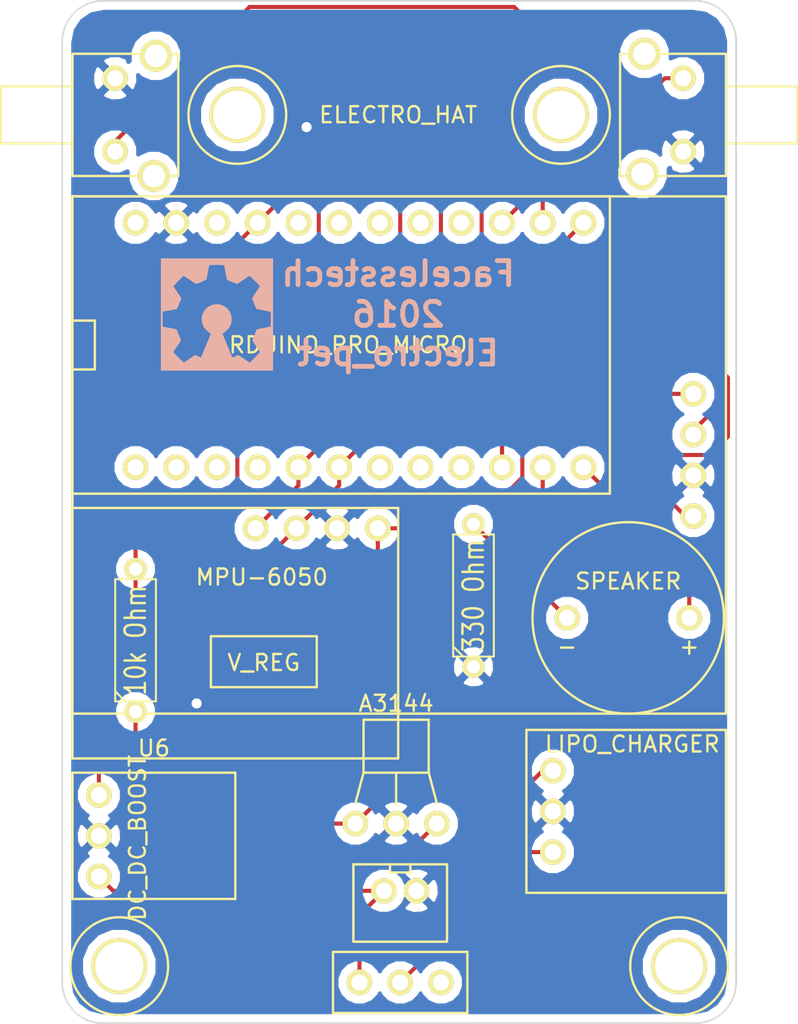
<source format=kicad_pcb>
(kicad_pcb (version 3) (host pcbnew "(22-Jun-2014 BZR 4027)-stable")

  (general
    (links 36)
    (no_connects 0)
    (area 274.405 40.319 329.988 107.89)
    (thickness 1.6)
    (drawings 11)
    (tracks 122)
    (zones 0)
    (modules 20)
    (nets 15)
  )

  (page A3)
  (layers
    (15 F.Cu signal)
    (0 B.Cu signal)
    (16 B.Adhes user)
    (17 F.Adhes user)
    (18 B.Paste user)
    (19 F.Paste user)
    (20 B.SilkS user)
    (21 F.SilkS user)
    (22 B.Mask user)
    (23 F.Mask user)
    (24 Dwgs.User user)
    (25 Cmts.User user)
    (26 Eco1.User user)
    (27 Eco2.User user)
    (28 Edge.Cuts user)
  )

  (setup
    (last_trace_width 0.254)
    (trace_clearance 0.254)
    (zone_clearance 0.508)
    (zone_45_only no)
    (trace_min 0.254)
    (segment_width 0.2)
    (edge_width 0.1)
    (via_size 0.889)
    (via_drill 0.635)
    (via_min_size 0.889)
    (via_min_drill 0.508)
    (uvia_size 0.508)
    (uvia_drill 0.127)
    (uvias_allowed no)
    (uvia_min_size 0.508)
    (uvia_min_drill 0.127)
    (pcb_text_width 0.3)
    (pcb_text_size 1.5 1.5)
    (mod_edge_width 0.15)
    (mod_text_size 1 1)
    (mod_text_width 0.15)
    (pad_size 2.5 2.5)
    (pad_drill 2)
    (pad_to_mask_clearance 0)
    (aux_axis_origin 0 0)
    (visible_elements FFFFFFBF)
    (pcbplotparams
      (layerselection 284196865)
      (usegerberextensions true)
      (excludeedgelayer true)
      (linewidth 0.150000)
      (plotframeref false)
      (viasonmask false)
      (mode 1)
      (useauxorigin false)
      (hpglpennumber 1)
      (hpglpenspeed 20)
      (hpglpendiameter 15)
      (hpglpenoverlay 2)
      (psnegative false)
      (psa4output false)
      (plotreference true)
      (plotvalue true)
      (plotothertext true)
      (plotinvisibletext false)
      (padsonsilk false)
      (subtractmaskfromsilk false)
      (outputformat 1)
      (mirror false)
      (drillshape 0)
      (scaleselection 1)
      (outputdirectory gerbers/))
  )

  (net 0 "")
  (net 1 N-0000012)
  (net 2 N-0000018)
  (net 3 N-0000019)
  (net 4 N-0000020)
  (net 5 N-0000021)
  (net 6 N-0000022)
  (net 7 N-0000023)
  (net 8 N-0000024)
  (net 9 N-0000025)
  (net 10 N-0000026)
  (net 11 N-0000028)
  (net 12 N-0000029)
  (net 13 N-000003)
  (net 14 N-000006)

  (net_class Default "This is the default net class."
    (clearance 0.254)
    (trace_width 0.254)
    (via_dia 0.889)
    (via_drill 0.635)
    (uvia_dia 0.508)
    (uvia_drill 0.127)
    (add_net "")
    (add_net N-0000012)
    (add_net N-0000018)
    (add_net N-0000019)
    (add_net N-0000020)
    (add_net N-0000021)
    (add_net N-0000022)
    (add_net N-0000023)
    (add_net N-0000024)
    (add_net N-0000025)
    (add_net N-0000026)
    (add_net N-0000028)
    (add_net N-0000029)
    (add_net N-000003)
    (add_net N-000006)
  )

  (module R3-5 (layer F.Cu) (tedit 57E557E9) (tstamp 57CB0597)
    (at 285.75 82.169 90)
    (path /57C2F015)
    (fp_text reference "10k Ohm" (at 0 0 90) (layer F.SilkS)
      (effects (font (size 1.27 1.016) (thickness 0.1524)))
    )
    (fp_text value R (at 0 0 90) (layer F.SilkS) hide
      (effects (font (size 1.27 1.016) (thickness 0.1524)))
    )
    (fp_line (start -3.81 -0.635) (end -3.81 1.27) (layer F.SilkS) (width 0.127))
    (fp_line (start -3.81 1.27) (end 3.81 1.27) (layer F.SilkS) (width 0.127))
    (fp_line (start 3.81 1.27) (end 3.81 -1.27) (layer F.SilkS) (width 0.127))
    (fp_line (start 3.81 -1.27) (end -3.81 -1.27) (layer F.SilkS) (width 0.127))
    (fp_line (start -3.81 -1.27) (end -3.81 -0.635) (layer F.SilkS) (width 0.127))
    (fp_line (start -4.445 0) (end -3.81 0) (layer F.SilkS) (width 0.127))
    (fp_line (start 3.81 0) (end 4.445 0) (layer F.SilkS) (width 0.127))
    (fp_line (start -3.81 -0.635) (end -3.175 -1.27) (layer F.SilkS) (width 0.127))
    (pad 1 thru_hole circle (at -4.445 0 90) (size 1.397 1.397) (drill 0.8128)
      (layers *.Cu *.Mask F.SilkS)
      (net 12 N-0000029)
    )
    (pad 2 thru_hole circle (at 4.445 0 90) (size 1.397 1.397) (drill 0.8128)
      (layers *.Cu *.Mask F.SilkS)
      (net 7 N-0000023)
    )
    (model discret/resistor.wrl
      (at (xyz 0 0 0))
      (scale (xyz 0.35 0.35 0.3))
      (rotate (xyz 0 0 0))
    )
  )

  (module R3-5 (layer F.Cu) (tedit 57E5580B) (tstamp 57CB05A5)
    (at 306.832 79.375 90)
    (path /57C357B7)
    (fp_text reference "330 Ohm" (at 0 0 90) (layer F.SilkS)
      (effects (font (size 1.27 1.016) (thickness 0.1524)))
    )
    (fp_text value R (at 0 0 90) (layer F.SilkS) hide
      (effects (font (size 1.27 1.016) (thickness 0.1524)))
    )
    (fp_line (start -3.81 -0.635) (end -3.81 1.27) (layer F.SilkS) (width 0.127))
    (fp_line (start -3.81 1.27) (end 3.81 1.27) (layer F.SilkS) (width 0.127))
    (fp_line (start 3.81 1.27) (end 3.81 -1.27) (layer F.SilkS) (width 0.127))
    (fp_line (start 3.81 -1.27) (end -3.81 -1.27) (layer F.SilkS) (width 0.127))
    (fp_line (start -3.81 -1.27) (end -3.81 -0.635) (layer F.SilkS) (width 0.127))
    (fp_line (start -4.445 0) (end -3.81 0) (layer F.SilkS) (width 0.127))
    (fp_line (start 3.81 0) (end 4.445 0) (layer F.SilkS) (width 0.127))
    (fp_line (start -3.81 -0.635) (end -3.175 -1.27) (layer F.SilkS) (width 0.127))
    (pad 1 thru_hole circle (at -4.445 0 90) (size 1.397 1.397) (drill 0.8128)
      (layers *.Cu *.Mask F.SilkS)
      (net 5 N-0000021)
    )
    (pad 2 thru_hole circle (at 4.445 0 90) (size 1.397 1.397) (drill 0.8128)
      (layers *.Cu *.Mask F.SilkS)
      (net 8 N-0000024)
    )
    (model discret/resistor.wrl
      (at (xyz 0 0 0))
      (scale (xyz 0.35 0.35 0.3))
      (rotate (xyz 0 0 0))
    )
  )

  (module arduino_leonardo (layer F.Cu) (tedit 57E55857) (tstamp 57CDA8C9)
    (at 298.577 63.754 90)
    (path /57CB08C7)
    (fp_text reference U7 (at 3.175 0 180) (layer F.SilkS) hide
      (effects (font (size 1 1) (thickness 0.15)))
    )
    (fp_text value ARDUINO_PRO_MICRO (at 0 0 180) (layer F.SilkS)
      (effects (font (size 1 1) (thickness 0.15)))
    )
    (fp_line (start -1.524 -16.764) (end -1.524 -15.367) (layer F.SilkS) (width 0.15))
    (fp_line (start -1.524 -15.367) (end 1.524 -15.367) (layer F.SilkS) (width 0.15))
    (fp_line (start 1.524 -15.367) (end 1.524 -16.764) (layer F.SilkS) (width 0.15))
    (fp_line (start 9.144 -16.764) (end 9.271 -16.764) (layer F.SilkS) (width 0.15))
    (fp_line (start 9.271 -16.764) (end 9.271 16.764) (layer F.SilkS) (width 0.15))
    (fp_line (start 9.271 16.764) (end -9.271 16.764) (layer F.SilkS) (width 0.15))
    (fp_line (start -9.271 16.764) (end -9.271 -16.764) (layer F.SilkS) (width 0.15))
    (fp_line (start -9.271 -16.764) (end 9.144 -16.764) (layer F.SilkS) (width 0.15))
    (pad 12 thru_hole circle (at -7.62 15.113 90) (size 1.6 1.6) (drill 1)
      (layers *.Cu *.Mask F.SilkS)
      (net 9 N-0000025)
    )
    (pad 11 thru_hole circle (at -7.62 12.573 90) (size 1.6 1.6) (drill 1)
      (layers *.Cu *.Mask F.SilkS)
      (net 12 N-0000029)
    )
    (pad 13 thru_hole circle (at 7.62 15.113 90) (size 1.6 1.6) (drill 1)
      (layers *.Cu *.Mask F.SilkS)
      (net 14 N-000006)
    )
    (pad 10 thru_hole circle (at -7.62 10.033 90) (size 1.6 1.6) (drill 1)
      (layers *.Cu *.Mask F.SilkS)
      (net 13 N-000003)
    )
    (pad 9 thru_hole circle (at -7.62 7.493 90) (size 1.6 1.6) (drill 1)
      (layers *.Cu *.Mask F.SilkS)
    )
    (pad 8 thru_hole circle (at -7.62 4.953 90) (size 1.6 1.6) (drill 1)
      (layers *.Cu *.Mask F.SilkS)
    )
    (pad 7 thru_hole circle (at -7.62 2.413 90) (size 1.6 1.6) (drill 1)
      (layers *.Cu *.Mask F.SilkS)
    )
    (pad 6 thru_hole circle (at -7.62 -0.127 90) (size 1.6 1.6) (drill 1)
      (layers *.Cu *.Mask F.SilkS)
      (net 3 N-0000019)
    )
    (pad 5 thru_hole circle (at -7.62 -2.667 90) (size 1.6 1.6) (drill 1)
      (layers *.Cu *.Mask F.SilkS)
      (net 4 N-0000020)
    )
    (pad 4 thru_hole circle (at -7.62 -5.207 90) (size 1.6 1.6) (drill 1)
      (layers *.Cu *.Mask F.SilkS)
    )
    (pad 3 thru_hole circle (at -7.62 -7.747 90) (size 1.6 1.6) (drill 1)
      (layers *.Cu *.Mask F.SilkS)
    )
    (pad 2 thru_hole circle (at -7.62 -10.287 90) (size 1.6 1.6) (drill 1)
      (layers *.Cu *.Mask F.SilkS)
    )
    (pad 1 thru_hole circle (at -7.62 -12.827 90) (size 1.6 1.6) (drill 1)
      (layers *.Cu *.Mask F.SilkS)
    )
    (pad 14 thru_hole circle (at 7.62 12.573 90) (size 1.6 1.6) (drill 1)
      (layers *.Cu *.Mask F.SilkS)
      (net 6 N-0000022)
    )
    (pad 15 thru_hole circle (at 7.62 10.033 90) (size 1.6 1.6) (drill 1)
      (layers *.Cu *.Mask F.SilkS)
      (net 2 N-0000018)
    )
    (pad 16 thru_hole circle (at 7.62 7.493 90) (size 1.6 1.6) (drill 1)
      (layers *.Cu *.Mask F.SilkS)
    )
    (pad 17 thru_hole circle (at 7.62 4.953 90) (size 1.6 1.6) (drill 1)
      (layers *.Cu *.Mask F.SilkS)
    )
    (pad 18 thru_hole circle (at 7.62 2.413 90) (size 1.6 1.6) (drill 1)
      (layers *.Cu *.Mask F.SilkS)
    )
    (pad 19 thru_hole circle (at 7.62 -0.127 90) (size 1.6 1.6) (drill 1)
      (layers *.Cu *.Mask F.SilkS)
    )
    (pad 20 thru_hole circle (at 7.62 -2.667 90) (size 1.6 1.6) (drill 1)
      (layers *.Cu *.Mask F.SilkS)
    )
    (pad 21 thru_hole circle (at 7.62 -5.207 90) (size 1.6 1.6) (drill 1)
      (layers *.Cu *.Mask F.SilkS)
      (net 7 N-0000023)
    )
    (pad 22 thru_hole circle (at 7.62 -7.747 90) (size 1.6 1.6) (drill 1)
      (layers *.Cu *.Mask F.SilkS)
    )
    (pad 23 thru_hole circle (at 7.62 -10.287 90) (size 1.6 1.6) (drill 1)
      (layers *.Cu *.Mask F.SilkS)
      (net 5 N-0000021)
    )
    (pad 24 thru_hole circle (at 7.62 -12.827 90) (size 1.6 1.6) (drill 1)
      (layers *.Cu *.Mask F.SilkS)
    )
  )

  (module piezo_small_custom (layer F.Cu) (tedit 57E55820) (tstamp 57CDA9A5)
    (at 316.484 80.772 180)
    (path /57C2F5ED)
    (fp_text reference SP1 (at 0 -7.366 180) (layer F.SilkS) hide
      (effects (font (size 1 1) (thickness 0.15)))
    )
    (fp_text value SPEAKER (at 0 2.286 180) (layer F.SilkS)
      (effects (font (size 1 1) (thickness 0.15)))
    )
    (fp_text user - (at 3.81 -1.778 180) (layer F.SilkS)
      (effects (font (size 1 1) (thickness 0.15)))
    )
    (fp_text user + (at -3.81 -1.778 180) (layer F.SilkS)
      (effects (font (size 1 1) (thickness 0.15)))
    )
    (fp_circle (center 0 0) (end 5.969 0.127) (layer F.SilkS) (width 0.15))
    (pad 1 thru_hole circle (at 3.81 0 180) (size 1.6 1.6) (drill 1)
      (layers *.Cu *.Mask F.SilkS)
      (net 8 N-0000024)
    )
    (pad 2 thru_hole circle (at -3.81 0 180) (size 1.6 1.6) (drill 1)
      (layers *.Cu *.Mask F.SilkS)
      (net 9 N-0000025)
    )
  )

  (module mpu-6050_custom (layer F.Cu) (tedit 57E55840) (tstamp 57DAE9D0)
    (at 291.973 75.184 180)
    (path /57C2F22F)
    (fp_text reference U5 (at 0 -3.175 180) (layer F.SilkS) hide
      (effects (font (size 1 1) (thickness 0.15)))
    )
    (fp_text value MPU-6050 (at -1.651 -3.048 180) (layer F.SilkS)
      (effects (font (size 1 1) (thickness 0.15)))
    )
    (fp_line (start -10.16 1.27) (end -10.16 -14.351) (layer F.SilkS) (width 0.15))
    (fp_line (start -10.16 -14.351) (end 10.16 -14.351) (layer F.SilkS) (width 0.15))
    (fp_line (start 10.16 -14.351) (end 10.16 1.27) (layer F.SilkS) (width 0.15))
    (fp_line (start -10.16 1.27) (end 10.16 1.27) (layer F.SilkS) (width 0.15))
    (pad 4 thru_hole circle (at -1.27 0 180) (size 1.6 1.6) (drill 1)
      (layers *.Cu *.Mask F.SilkS)
      (net 4 N-0000020)
    )
    (pad 3 thru_hole circle (at -3.81 0 180) (size 1.6 1.6) (drill 1)
      (layers *.Cu *.Mask F.SilkS)
      (net 3 N-0000019)
    )
    (pad 2 thru_hole circle (at -6.35 0 180) (size 1.6 1.6) (drill 1)
      (layers *.Cu *.Mask F.SilkS)
      (net 5 N-0000021)
    )
    (pad 1 thru_hole circle (at -8.89 0 180) (size 1.6 1.6) (drill 1)
      (layers *.Cu *.Mask F.SilkS)
      (net 11 N-0000028)
    )
  )

  (module electro_hat_custom (layer F.Cu) (tedit 57EA4B84) (tstamp 57CDAB04)
    (at 302.133 45.593)
    (path /57CBEF1F)
    (fp_text reference U3 (at 0 -4.445) (layer F.SilkS) hide
      (effects (font (size 1 1) (thickness 0.15)))
    )
    (fp_text value ELECTRO_HAT (at 0 3.81) (layer F.SilkS)
      (effects (font (size 1 1) (thickness 0.15)))
    )
    (pad 3 smd rect (at -1.27 0) (size 1.2 4.5)
      (layers F.Cu F.Paste F.Mask)
      (net 3 N-0000019)
    )
    (pad 4 smd rect (at 1.27 0) (size 1.2 4.5)
      (layers F.Cu F.Paste F.Mask)
      (net 4 N-0000020)
    )
    (pad 2 smd rect (at -3.81 0) (size 1.2 4.5)
      (layers F.Cu F.Paste F.Mask)
      (net 7 N-0000023)
    )
    (pad 1 smd rect (at -6.35 0) (size 1.2 4.5)
      (layers F.Cu F.Paste F.Mask)
      (net 5 N-0000021)
    )
    (pad 5 smd rect (at 3.81 0) (size 1.2 4.5)
      (layers F.Cu F.Paste F.Mask)
      (net 13 N-000003)
    )
    (pad 6 smd rect (at 6.35 0) (size 1.2 4.5)
      (layers F.Cu F.Paste F.Mask)
      (net 14 N-000006)
    )
  )

  (module AMS1117_custom (layer F.Cu) (tedit 57E55831) (tstamp 57CDAB62)
    (at 293.751 86.741)
    (path /57CB075C)
    (fp_text reference U4 (at 0 -9.779) (layer F.SilkS) hide
      (effects (font (size 1 1) (thickness 0.15)))
    )
    (fp_text value V_REG (at 0 -3.175) (layer F.SilkS)
      (effects (font (size 1 1) (thickness 0.15)))
    )
    (fp_line (start -3.302 -4.826) (end 3.302 -4.826) (layer F.SilkS) (width 0.15))
    (fp_line (start 3.302 -4.826) (end 3.302 -1.651) (layer F.SilkS) (width 0.15))
    (fp_line (start 3.302 -1.651) (end -3.302 -1.651) (layer F.SilkS) (width 0.15))
    (fp_line (start -3.302 -1.651) (end -3.302 -4.826) (layer F.SilkS) (width 0.15))
    (pad 1 smd rect (at -2.286 0) (size 1.2 1.2)
      (layers F.Cu F.Paste F.Mask)
      (net 5 N-0000021)
    )
    (pad 2 smd rect (at 0 0) (size 1.2 1.2)
      (layers F.Cu F.Paste F.Mask)
      (net 11 N-0000028)
    )
    (pad 3 smd rect (at 2.286 0) (size 1.2 1.2)
      (layers F.Cu F.Paste F.Mask)
      (net 7 N-0000023)
    )
    (pad 0 smd rect (at 0 -6.604) (size 3 1.2)
      (layers F.Cu F.Paste F.Mask)
    )
  )

  (module small_DC_DC_boost (layer F.Cu) (tedit 57E55793) (tstamp 57D40A13)
    (at 286.893 94.361 270)
    (path /57C5F5BD)
    (fp_text reference U6 (at -5.461 0 360) (layer F.SilkS)
      (effects (font (size 1 1) (thickness 0.15)))
    )
    (fp_text value DC_DC_BOOST (at 0.127 1.016 270) (layer F.SilkS)
      (effects (font (size 1 1) (thickness 0.15)))
    )
    (fp_line (start -3.937 5.08) (end -3.937 -5.08) (layer F.SilkS) (width 0.15))
    (fp_line (start -3.937 -5.08) (end 3.937 -5.08) (layer F.SilkS) (width 0.15))
    (fp_line (start 3.937 -5.08) (end 3.937 5.08) (layer F.SilkS) (width 0.15))
    (fp_line (start 3.937 5.08) (end -3.937 5.08) (layer F.SilkS) (width 0.15))
    (pad 1 thru_hole circle (at -2.54 3.429 270) (size 1.6 1.6) (drill 1)
      (layers *.Cu *.Mask F.SilkS)
      (net 7 N-0000023)
    )
    (pad 2 thru_hole circle (at 0 3.429 270) (size 1.6 1.6) (drill 1)
      (layers *.Cu *.Mask F.SilkS)
      (net 5 N-0000021)
    )
    (pad 3 thru_hole circle (at 2.54 3.429 270) (size 1.6 1.6) (drill 1)
      (layers *.Cu *.Mask F.SilkS)
      (net 1 N-0000012)
    )
  )

  (module small_lipo_charger (layer F.Cu) (tedit 57E5581C) (tstamp 57D4157D)
    (at 316.357 92.837 270)
    (path /57C5F5AE)
    (fp_text reference U2 (at -6.477 0 360) (layer F.SilkS) hide
      (effects (font (size 1 1) (thickness 0.15)))
    )
    (fp_text value LIPO_CHARGER (at -4.191 -0.381 360) (layer F.SilkS)
      (effects (font (size 1 1) (thickness 0.15)))
    )
    (fp_line (start -5.08 6.223) (end -5.08 -6.223) (layer F.SilkS) (width 0.15))
    (fp_line (start -5.08 -6.223) (end 5.08 -6.223) (layer F.SilkS) (width 0.15))
    (fp_line (start 5.08 -6.223) (end 5.08 6.223) (layer F.SilkS) (width 0.15))
    (fp_line (start 5.08 6.223) (end -5.08 6.223) (layer F.SilkS) (width 0.15))
    (pad 1 thru_hole circle (at -2.54 4.572 270) (size 1.6 1.6) (drill 1)
      (layers *.Cu *.Mask F.SilkS)
      (net 7 N-0000023)
    )
    (pad 2 thru_hole circle (at 0 4.572 270) (size 1.6 1.6) (drill 1)
      (layers *.Cu *.Mask F.SilkS)
      (net 5 N-0000021)
    )
    (pad 3 thru_hole circle (at 2.54 4.572 270) (size 1.6 1.6) (drill 1)
      (layers *.Cu *.Mask F.SilkS)
      (net 10 N-0000026)
    )
  )

  (module right_angle_button_custom (layer F.Cu) (tedit 57E558B7) (tstamp 57D975CF)
    (at 319.278 49.403)
    (path /57C48356)
    (fp_text reference SW3 (at 0 -6.096) (layer F.SilkS) hide
      (effects (font (size 1 1) (thickness 0.15)))
    )
    (fp_text value SW_PUSH (at 1.905 5.207) (layer F.SilkS) hide
      (effects (font (size 1 1) (thickness 0.15)))
    )
    (fp_line (start 3.302 -1.778) (end 7.747 -1.778) (layer F.SilkS) (width 0.15))
    (fp_line (start 7.747 -1.778) (end 7.747 1.778) (layer F.SilkS) (width 0.15))
    (fp_line (start 7.747 1.778) (end 3.302 1.778) (layer F.SilkS) (width 0.15))
    (fp_line (start -3.302 0) (end -3.302 -3.81) (layer F.SilkS) (width 0.15))
    (fp_line (start -3.302 -3.81) (end 3.302 -3.81) (layer F.SilkS) (width 0.15))
    (fp_line (start 3.302 -3.81) (end 3.302 3.81) (layer F.SilkS) (width 0.15))
    (fp_line (start 3.302 3.81) (end -3.302 3.81) (layer F.SilkS) (width 0.15))
    (fp_line (start -3.302 3.81) (end -3.302 0) (layer F.SilkS) (width 0.15))
    (pad 1 thru_hole circle (at 0.635 -2.286) (size 1.6 1.6) (drill 1)
      (layers *.Cu *.Mask F.SilkS)
      (net 6 N-0000022)
    )
    (pad 2 thru_hole circle (at 0.635 2.286) (size 1.6 1.6) (drill 1)
      (layers *.Cu *.Mask F.SilkS)
      (net 5 N-0000021)
    )
    (pad 3 thru_hole circle (at -1.905 3.683) (size 2 2) (drill 1.4)
      (layers *.Cu *.Mask F.SilkS)
    )
    (pad 4 thru_hole circle (at -1.778 -3.81) (size 2 2) (drill 1.4)
      (layers *.Cu *.Mask F.SilkS)
    )
  )

  (module right_angle_button_custom (layer F.Cu) (tedit 57E558C1) (tstamp 57D975DF)
    (at 285.115 49.403 180)
    (path /57C5B972)
    (fp_text reference SW2 (at 0 -6.096 180) (layer F.SilkS) hide
      (effects (font (size 1 1) (thickness 0.15)))
    )
    (fp_text value SW_PUSH (at 1.905 5.207 180) (layer F.SilkS) hide
      (effects (font (size 1 1) (thickness 0.15)))
    )
    (fp_line (start 3.302 -1.778) (end 7.747 -1.778) (layer F.SilkS) (width 0.15))
    (fp_line (start 7.747 -1.778) (end 7.747 1.778) (layer F.SilkS) (width 0.15))
    (fp_line (start 7.747 1.778) (end 3.302 1.778) (layer F.SilkS) (width 0.15))
    (fp_line (start -3.302 0) (end -3.302 -3.81) (layer F.SilkS) (width 0.15))
    (fp_line (start -3.302 -3.81) (end 3.302 -3.81) (layer F.SilkS) (width 0.15))
    (fp_line (start 3.302 -3.81) (end 3.302 3.81) (layer F.SilkS) (width 0.15))
    (fp_line (start 3.302 3.81) (end -3.302 3.81) (layer F.SilkS) (width 0.15))
    (fp_line (start -3.302 3.81) (end -3.302 0) (layer F.SilkS) (width 0.15))
    (pad 1 thru_hole circle (at 0.635 -2.286 180) (size 1.6 1.6) (drill 1)
      (layers *.Cu *.Mask F.SilkS)
      (net 2 N-0000018)
    )
    (pad 2 thru_hole circle (at 0.635 2.286 180) (size 1.6 1.6) (drill 1)
      (layers *.Cu *.Mask F.SilkS)
      (net 5 N-0000021)
    )
    (pad 3 thru_hole circle (at -1.905 3.683 180) (size 2 2) (drill 1.4)
      (layers *.Cu *.Mask F.SilkS)
    )
    (pad 4 thru_hole circle (at -1.778 -3.81 180) (size 2 2) (drill 1.4)
      (layers *.Cu *.Mask F.SilkS)
    )
  )

  (module 3_pin_switch_custom (layer F.Cu) (tedit 57E55757) (tstamp 57D99A62)
    (at 302.26 103.505)
    (path /57C44A93)
    (fp_text reference SW1 (at 0 -3.556) (layer F.SilkS) hide
      (effects (font (size 1 1) (thickness 0.15)))
    )
    (fp_text value SWITCH_INV (at 0 3.556) (layer F.SilkS) hide
      (effects (font (size 1 1) (thickness 0.15)))
    )
    (fp_line (start -4.191 -1.905) (end 4.191 -1.905) (layer F.SilkS) (width 0.15))
    (fp_line (start 4.191 -1.905) (end 4.191 1.905) (layer F.SilkS) (width 0.15))
    (fp_line (start 4.191 1.905) (end -4.191 1.905) (layer F.SilkS) (width 0.15))
    (fp_line (start -4.191 1.905) (end -4.191 -1.905) (layer F.SilkS) (width 0.15))
    (pad 1 thru_hole circle (at -2.54 0) (size 1.6 1.6) (drill 1)
      (layers *.Cu *.Mask F.SilkS)
      (net 1 N-0000012)
    )
    (pad 2 thru_hole circle (at 0 0) (size 1.6 1.6) (drill 1)
      (layers *.Cu *.Mask F.SilkS)
      (net 10 N-0000026)
    )
    (pad 3 thru_hole circle (at 2.54 0) (size 1.6 1.6) (drill 1)
      (layers *.Cu *.Mask F.SilkS)
    )
  )

  (module A3144_custom (layer F.Cu) (tedit 57E557A9) (tstamp 57DAE63E)
    (at 302.006 93.599)
    (path /57CBEF3F)
    (fp_text reference U9 (at -4.953 0 90) (layer F.SilkS) hide
      (effects (font (size 1 1) (thickness 0.15)))
    )
    (fp_text value A3144 (at 0 -7.493) (layer F.SilkS)
      (effects (font (size 1 1) (thickness 0.15)))
    )
    (fp_line (start -2.032 -3.175) (end -2.54 -1.27) (layer F.SilkS) (width 0.15))
    (fp_line (start 2.032 -3.175) (end 2.54 -1.27) (layer F.SilkS) (width 0.15))
    (fp_line (start 0 -3.175) (end 0 -1.143) (layer F.SilkS) (width 0.15))
    (fp_line (start -2.032 -3.175) (end -2.032 -6.477) (layer F.SilkS) (width 0.15))
    (fp_line (start -2.032 -6.477) (end 2.032 -6.477) (layer F.SilkS) (width 0.15))
    (fp_line (start 2.032 -6.477) (end 2.032 -3.175) (layer F.SilkS) (width 0.15))
    (fp_line (start -2.032 -3.175) (end 2.032 -3.175) (layer F.SilkS) (width 0.15))
    (pad 1 thru_hole circle (at 2.54 0) (size 1.6 1.6) (drill 1)
      (layers *.Cu *.Mask F.SilkS)
      (net 7 N-0000023)
    )
    (pad 2 thru_hole circle (at 0 0) (size 1.6 1.6) (drill 1)
      (layers *.Cu *.Mask F.SilkS)
      (net 5 N-0000021)
    )
    (pad 3 thru_hole circle (at -2.54 0) (size 1.6 1.6) (drill 1)
      (layers *.Cu *.Mask F.SilkS)
      (net 12 N-0000029)
    )
  )

  (module M3_bolt_nut_custom (layer F.Cu) (tedit 57EA4B75) (tstamp 57DC0E2B)
    (at 312.293 49.403)
    (fp_text reference M3_bolt_nut_custom (at 0 -3.429) (layer F.SilkS) hide
      (effects (font (size 1 1) (thickness 0.15)))
    )
    (fp_text value VAL** (at 0 4.191) (layer F.SilkS) hide
      (effects (font (size 1 1) (thickness 0.15)))
    )
    (fp_circle (center 0 0) (end 3.048 0) (layer F.SilkS) (width 0.15))
    (pad 1 thru_hole circle (at 0 0) (size 3.5 3.5) (drill 3)
      (layers *.Cu *.Mask F.SilkS)
    )
  )

  (module M3_bolt_nut_custom (layer F.Cu) (tedit 57EA4B7D) (tstamp 57DC0E7E)
    (at 292.1 49.403)
    (fp_text reference M3_bolt_nut_custom (at 0 -3.429) (layer F.SilkS) hide
      (effects (font (size 1 1) (thickness 0.15)))
    )
    (fp_text value VAL** (at 0 4.191) (layer F.SilkS) hide
      (effects (font (size 1 1) (thickness 0.15)))
    )
    (fp_circle (center 0 0) (end 3.048 0) (layer F.SilkS) (width 0.15))
    (pad 1 thru_hole circle (at 0 0) (size 3.5 3.5) (drill 3)
      (layers *.Cu *.Mask F.SilkS)
    )
  )

  (module M3_bolt_nut_custom (layer F.Cu) (tedit 57E55714) (tstamp 57DC0DE6)
    (at 319.659 102.489)
    (fp_text reference M3_bolt_nut_custom (at 0 -3.429) (layer F.SilkS) hide
      (effects (font (size 1 1) (thickness 0.15)))
    )
    (fp_text value VAL** (at 0 4.191) (layer F.SilkS) hide
      (effects (font (size 1 1) (thickness 0.15)))
    )
    (fp_circle (center 0 0) (end 3.048 0) (layer F.SilkS) (width 0.15))
    (pad 1 thru_hole circle (at 0 0) (size 3.5 3.5) (drill 3)
      (layers *.Cu *.Mask F.SilkS)
    )
  )

  (module M3_bolt_nut_custom (layer F.Cu) (tedit 57E5574C) (tstamp 57DC0DF1)
    (at 284.734 102.489)
    (fp_text reference M3_bolt_nut_custom (at 0 -3.429) (layer F.SilkS) hide
      (effects (font (size 1 1) (thickness 0.15)))
    )
    (fp_text value VAL** (at 0 4.191) (layer F.SilkS) hide
      (effects (font (size 1 1) (thickness 0.15)))
    )
    (fp_circle (center 0 0) (end 3.048 0) (layer F.SilkS) (width 0.15))
    (pad 1 thru_hole circle (at 0 0) (size 3.5 3.5) (drill 3)
      (layers *.Cu *.Mask F.SilkS)
    )
  )

  (module 8x8_matrix_custom (layer F.Cu) (tedit 57E5586C) (tstamp 57DC29AA)
    (at 320.548 70.612 90)
    (path /57CBEEB4)
    (fp_text reference U1 (at 0 -37.465 90) (layer F.SilkS) hide
      (effects (font (size 1 1) (thickness 0.15)))
    )
    (fp_text value 8X8_LED_MATRIX (at 0 -3.556 90) (layer F.SilkS) hide
      (effects (font (size 1 1) (thickness 0.15)))
    )
    (fp_line (start 16.129 2.032) (end 16.129 -38.735) (layer F.SilkS) (width 0.15))
    (fp_line (start 16.129 -38.735) (end -16.129 -38.735) (layer F.SilkS) (width 0.15))
    (fp_line (start -16.129 -38.735) (end -16.129 2.032) (layer F.SilkS) (width 0.15))
    (fp_line (start -16.129 2.032) (end 16.129 2.032) (layer F.SilkS) (width 0.15))
    (pad 2 thru_hole circle (at 1.27 0 90) (size 1.6 1.6) (drill 1)
      (layers *.Cu *.Mask F.SilkS)
      (net 4 N-0000020)
    )
    (pad 3 thru_hole circle (at -1.27 0 90) (size 1.6 1.6) (drill 1)
      (layers *.Cu *.Mask F.SilkS)
      (net 5 N-0000021)
    )
    (pad 4 thru_hole circle (at -3.81 0 90) (size 1.6 1.6) (drill 1)
      (layers *.Cu *.Mask F.SilkS)
      (net 11 N-0000028)
    )
    (pad 1 thru_hole circle (at 3.81 0 90) (size 1.6 1.6) (drill 1)
      (layers *.Cu *.Mask F.SilkS)
      (net 3 N-0000019)
    )
  )

  (module JST-PH_custom (layer F.Cu) (tedit 57E55797) (tstamp 57E42113)
    (at 302.26 98.552 180)
    (path /57C2F67C)
    (fp_text reference U8 (at 0 -4.064 180) (layer F.SilkS) hide
      (effects (font (size 1 1) (thickness 0.15)))
    )
    (fp_text value BATTERY_CUSTOM (at 0 4.191 180) (layer F.SilkS) hide
      (effects (font (size 1 1) (thickness 0.15)))
    )
    (fp_line (start -0.635 2.413) (end -0.635 1.905) (layer F.SilkS) (width 0.15))
    (fp_line (start -0.635 1.905) (end 0.635 1.905) (layer F.SilkS) (width 0.15))
    (fp_line (start 0.635 1.905) (end 0.635 2.413) (layer F.SilkS) (width 0.15))
    (fp_line (start -2.921 2.413) (end 2.921 2.413) (layer F.SilkS) (width 0.15))
    (fp_line (start -2.921 -2.413) (end 2.921 -2.413) (layer F.SilkS) (width 0.15))
    (fp_line (start -2.921 -2.413) (end -2.921 2.413) (layer F.SilkS) (width 0.15))
    (fp_line (start 2.921 -2.413) (end 2.921 2.413) (layer F.SilkS) (width 0.15))
    (pad 1 thru_hole circle (at -1.016 0.762 180) (size 1.6 1.6) (drill 1)
      (layers *.Cu *.Mask F.SilkS)
      (net 5 N-0000021)
    )
    (pad 2 thru_hole circle (at 1.016 0.762 180) (size 1.6 1.6) (drill 1)
      (layers *.Cu *.Mask F.SilkS)
      (net 1 N-0000012)
    )
  )

  (module OSH_final_silks_back (layer F.Cu) (tedit 0) (tstamp 57EB05E9)
    (at 290.83 61.849)
    (fp_text reference VAL (at 0 0) (layer F.SilkS) hide
      (effects (font (size 1.143 1.143) (thickness 0.1778)))
    )
    (fp_text value OSH_final_silks_back (at 0 0) (layer F.SilkS) hide
      (effects (font (size 1.143 1.143) (thickness 0.1778)))
    )
    (fp_poly (pts (xy -3.50012 3.50012) (xy -3.3909 3.50012) (xy -3.3909 0.4318) (xy -3.3909 0.29464)
      (xy -3.3909 0.14986) (xy -3.3909 0.0381) (xy -3.38836 -0.04572) (xy -3.38582 -0.10414)
      (xy -3.38074 -0.14224) (xy -3.37566 -0.1651) (xy -3.36804 -0.17272) (xy -3.34264 -0.1778)
      (xy -3.2893 -0.1905) (xy -3.21056 -0.20574) (xy -3.1115 -0.22606) (xy -2.99974 -0.24638)
      (xy -2.92608 -0.25908) (xy -2.80924 -0.28194) (xy -2.70256 -0.30226) (xy -2.61366 -0.32004)
      (xy -2.54762 -0.33528) (xy -2.50952 -0.3429) (xy -2.49936 -0.34798) (xy -2.4892 -0.3683)
      (xy -2.46634 -0.41656) (xy -2.43586 -0.48514) (xy -2.4003 -0.56642) (xy -2.3622 -0.65532)
      (xy -2.3241 -0.74676) (xy -2.28854 -0.83312) (xy -2.25806 -0.90678) (xy -2.23774 -0.96266)
      (xy -2.22504 -0.99568) (xy -2.22504 -0.99822) (xy -2.2352 -1.02362) (xy -2.2606 -1.07188)
      (xy -2.30124 -1.13284) (xy -2.33934 -1.19126) (xy -2.4511 -1.34874) (xy -2.54 -1.48082)
      (xy -2.60858 -1.58496) (xy -2.65938 -1.6637) (xy -2.6924 -1.71958) (xy -2.70764 -1.7526)
      (xy -2.71018 -1.75768) (xy -2.69748 -1.778) (xy -2.66446 -1.81864) (xy -2.61366 -1.87452)
      (xy -2.54762 -1.9431) (xy -2.4765 -2.0193) (xy -2.39776 -2.09804) (xy -2.31902 -2.17678)
      (xy -2.24536 -2.25044) (xy -2.17932 -2.31394) (xy -2.12598 -2.36474) (xy -2.08788 -2.39522)
      (xy -2.07264 -2.40538) (xy -2.05232 -2.39522) (xy -2.0066 -2.36728) (xy -1.94056 -2.32664)
      (xy -1.85928 -2.27076) (xy -1.76276 -2.20726) (xy -1.68656 -2.15392) (xy -1.58242 -2.08534)
      (xy -1.49098 -2.02184) (xy -1.41224 -1.97104) (xy -1.35128 -1.93294) (xy -1.31064 -1.91008)
      (xy -1.29794 -1.90246) (xy -1.27254 -1.91008) (xy -1.2192 -1.92786) (xy -1.14808 -1.9558)
      (xy -1.06426 -1.99136) (xy -0.97282 -2.02692) (xy -0.88392 -2.06756) (xy -0.80264 -2.10312)
      (xy -0.73406 -2.13614) (xy -0.6858 -2.159) (xy -0.66294 -2.17424) (xy -0.66294 -2.17424)
      (xy -0.65532 -2.19964) (xy -0.64262 -2.25298) (xy -0.62738 -2.33172) (xy -0.60706 -2.43078)
      (xy -0.58674 -2.54254) (xy -0.57404 -2.6035) (xy -0.55372 -2.72034) (xy -0.53086 -2.82956)
      (xy -0.51308 -2.921) (xy -0.49784 -2.99212) (xy -0.48768 -3.03784) (xy -0.48514 -3.048)
      (xy -0.47752 -3.0607) (xy -0.4699 -3.06832) (xy -0.45212 -3.07594) (xy -0.42418 -3.08102)
      (xy -0.381 -3.08356) (xy -0.3175 -3.0861) (xy -0.2286 -3.0861) (xy -0.11176 -3.08864)
      (xy -0.02032 -3.08864) (xy 0.10922 -3.0861) (xy 0.22352 -3.0861) (xy 0.3175 -3.08102)
      (xy 0.38862 -3.07848) (xy 0.42926 -3.0734) (xy 0.43942 -3.07086) (xy 0.4445 -3.05054)
      (xy 0.4572 -2.9972) (xy 0.47244 -2.921) (xy 0.49276 -2.82194) (xy 0.51308 -2.71018)
      (xy 0.53086 -2.6162) (xy 0.55372 -2.49682) (xy 0.57658 -2.38506) (xy 0.5969 -2.29108)
      (xy 0.61468 -2.21996) (xy 0.62738 -2.17424) (xy 0.635 -2.16154) (xy 0.6604 -2.14376)
      (xy 0.7112 -2.1209) (xy 0.78232 -2.09042) (xy 0.86614 -2.05486) (xy 0.95758 -2.0193)
      (xy 1.04648 -1.98374) (xy 1.1303 -1.95072) (xy 1.20142 -1.92786) (xy 1.25222 -1.91262)
      (xy 1.27508 -1.90754) (xy 1.2954 -1.92024) (xy 1.34366 -1.95072) (xy 1.4097 -1.9939)
      (xy 1.49352 -2.04978) (xy 1.59004 -2.11328) (xy 1.65608 -2.16154) (xy 1.75768 -2.23012)
      (xy 1.84658 -2.29108) (xy 1.92532 -2.34188) (xy 1.98628 -2.37998) (xy 2.02184 -2.4003)
      (xy 2.032 -2.40538) (xy 2.05232 -2.39268) (xy 2.09296 -2.35966) (xy 2.14884 -2.30632)
      (xy 2.21996 -2.23774) (xy 2.30378 -2.15646) (xy 2.36728 -2.09296) (xy 2.47142 -1.98882)
      (xy 2.5527 -1.905) (xy 2.61112 -1.8415) (xy 2.64668 -1.79578) (xy 2.667 -1.7653)
      (xy 2.66954 -1.74752) (xy 2.65684 -1.72466) (xy 2.6289 -1.6764) (xy 2.58318 -1.60528)
      (xy 2.5273 -1.52146) (xy 2.4638 -1.42748) (xy 2.4257 -1.3716) (xy 2.35966 -1.27254)
      (xy 2.2987 -1.1811) (xy 2.2479 -1.10236) (xy 2.21234 -1.04394) (xy 2.19202 -1.00584)
      (xy 2.18948 -0.99568) (xy 2.1971 -0.97028) (xy 2.21488 -0.91948) (xy 2.24282 -0.84836)
      (xy 2.27838 -0.76454) (xy 2.31394 -0.6731) (xy 2.35204 -0.58166) (xy 2.39014 -0.50038)
      (xy 2.42062 -0.42926) (xy 2.44602 -0.37846) (xy 2.45872 -0.35306) (xy 2.45872 -0.35306)
      (xy 2.48158 -0.34544) (xy 2.53238 -0.33274) (xy 2.60858 -0.31496) (xy 2.7051 -0.29464)
      (xy 2.81686 -0.27432) (xy 2.89052 -0.25908) (xy 3.0099 -0.23622) (xy 3.11658 -0.2159)
      (xy 3.20802 -0.19812) (xy 3.27914 -0.18542) (xy 3.32232 -0.17526) (xy 3.33248 -0.17272)
      (xy 3.3401 -0.1524) (xy 3.34772 -0.1016) (xy 3.35026 -0.02794) (xy 3.35534 0.0635)
      (xy 3.35788 0.17018) (xy 3.35788 0.2794) (xy 3.35788 0.39116) (xy 3.35788 0.49784)
      (xy 3.3528 0.59182) (xy 3.34772 0.67056) (xy 3.34264 0.7239) (xy 3.33502 0.7493)
      (xy 3.33502 0.7493) (xy 3.30962 0.75692) (xy 3.25628 0.76962) (xy 3.18008 0.7874)
      (xy 3.08102 0.80772) (xy 2.96926 0.82804) (xy 2.9083 0.84074) (xy 2.794 0.86106)
      (xy 2.68732 0.88392) (xy 2.59842 0.90424) (xy 2.53238 0.91948) (xy 2.49174 0.93218)
      (xy 2.48412 0.93726) (xy 2.47142 0.96012) (xy 2.44856 1.01092) (xy 2.41808 1.08204)
      (xy 2.37998 1.16586) (xy 2.34442 1.25984) (xy 2.30632 1.35382) (xy 2.27076 1.44272)
      (xy 2.24028 1.51892) (xy 2.21996 1.57988) (xy 2.2098 1.61544) (xy 2.20726 1.62052)
      (xy 2.21742 1.64084) (xy 2.24536 1.68656) (xy 2.28854 1.7526) (xy 2.34188 1.83388)
      (xy 2.40538 1.92786) (xy 2.44094 1.97866) (xy 2.50952 2.07772) (xy 2.56794 2.16662)
      (xy 2.6162 2.24536) (xy 2.65176 2.30378) (xy 2.67208 2.33934) (xy 2.67462 2.3495)
      (xy 2.66192 2.36728) (xy 2.6289 2.40792) (xy 2.5781 2.4638) (xy 2.5146 2.53238)
      (xy 2.44094 2.60858) (xy 2.36474 2.68732) (xy 2.286 2.76606) (xy 2.21234 2.83972)
      (xy 2.1463 2.90322) (xy 2.09296 2.95402) (xy 2.0574 2.98704) (xy 2.03962 2.9972)
      (xy 2.02184 2.98704) (xy 1.97866 2.96164) (xy 1.91516 2.91846) (xy 1.83388 2.86512)
      (xy 1.74244 2.80162) (xy 1.68656 2.76352) (xy 1.5875 2.69748) (xy 1.4986 2.63906)
      (xy 1.4224 2.58826) (xy 1.36398 2.5527) (xy 1.32842 2.53238) (xy 1.3208 2.52984)
      (xy 1.2954 2.53746) (xy 1.24714 2.56032) (xy 1.18364 2.5908) (xy 1.14046 2.61366)
      (xy 1.06426 2.65176) (xy 1.01346 2.67462) (xy 0.97536 2.67462) (xy 0.94742 2.65176)
      (xy 0.92202 2.6035) (xy 0.889 2.52222) (xy 0.88392 2.51206) (xy 0.8636 2.4638)
      (xy 0.83312 2.38506) (xy 0.79248 2.286) (xy 0.74422 2.16662) (xy 0.68834 2.03708)
      (xy 0.63246 1.89738) (xy 0.59436 1.80848) (xy 0.53848 1.67386) (xy 0.48768 1.54686)
      (xy 0.4445 1.43764) (xy 0.4064 1.34366) (xy 0.37846 1.27254) (xy 0.36322 1.22682)
      (xy 0.35814 1.21412) (xy 0.37338 1.19126) (xy 0.40894 1.1557) (xy 0.46228 1.11252)
      (xy 0.48514 1.09474) (xy 0.635 0.97028) (xy 0.7493 0.8382) (xy 0.83312 0.6985)
      (xy 0.88646 0.5461) (xy 0.91186 0.37592) (xy 0.9144 0.28448) (xy 0.89916 0.1016)
      (xy 0.8509 -0.06604) (xy 0.76708 -0.22098) (xy 0.65278 -0.36068) (xy 0.6096 -0.40132)
      (xy 0.46482 -0.508) (xy 0.30734 -0.5842) (xy 0.14224 -0.62992) (xy -0.0254 -0.64262)
      (xy -0.19558 -0.62738) (xy -0.35814 -0.57912) (xy -0.51308 -0.50292) (xy -0.65278 -0.3937)
      (xy -0.70104 -0.34798) (xy -0.81534 -0.2032) (xy -0.89408 -0.0508) (xy -0.94234 0.1143)
      (xy -0.95758 0.29464) (xy -0.95758 0.29718) (xy -0.9398 0.47752) (xy -0.89154 0.6477)
      (xy -0.81026 0.80264) (xy -0.69342 0.94488) (xy -0.5461 1.07696) (xy -0.50546 1.10744)
      (xy -0.45212 1.14808) (xy -0.41402 1.18364) (xy -0.39624 1.20904) (xy -0.3937 1.21158)
      (xy -0.40132 1.23698) (xy -0.4191 1.28778) (xy -0.44704 1.35636) (xy -0.48006 1.43764)
      (xy -0.4826 1.4478) (xy -0.51308 1.52146) (xy -0.55626 1.62052) (xy -0.60452 1.7399)
      (xy -0.6604 1.87198) (xy -0.71882 2.01168) (xy -0.7747 2.15138) (xy -0.77978 2.16154)
      (xy -0.83312 2.28854) (xy -0.88138 2.40284) (xy -0.92456 2.50444) (xy -0.96012 2.58572)
      (xy -0.98552 2.64414) (xy -1.00076 2.67716) (xy -1.0033 2.6797) (xy -1.02616 2.6797)
      (xy -1.07188 2.66192) (xy -1.13792 2.63398) (xy -1.17856 2.61366) (xy -1.24968 2.5781)
      (xy -1.3081 2.55016) (xy -1.34874 2.53238) (xy -1.36144 2.52984) (xy -1.38176 2.54)
      (xy -1.42748 2.56794) (xy -1.49352 2.60858) (xy -1.5748 2.66192) (xy -1.66624 2.72542)
      (xy -1.69418 2.7432) (xy -1.78816 2.80924) (xy -1.87706 2.86766) (xy -1.95072 2.91846)
      (xy -2.0066 2.95402) (xy -2.03962 2.97688) (xy -2.0447 2.97942) (xy -2.05994 2.9845)
      (xy -2.07518 2.98196) (xy -2.0955 2.9718) (xy -2.12598 2.95148) (xy -2.16662 2.91338)
      (xy -2.22504 2.86004) (xy -2.2987 2.78638) (xy -2.39776 2.68986) (xy -2.39776 2.68986)
      (xy -2.4892 2.59588) (xy -2.57048 2.51206) (xy -2.63398 2.44348) (xy -2.68224 2.3876)
      (xy -2.7051 2.35458) (xy -2.71018 2.34696) (xy -2.70002 2.32156) (xy -2.67208 2.2733)
      (xy -2.63144 2.20472) (xy -2.57556 2.1209) (xy -2.51206 2.02692) (xy -2.4765 1.97358)
      (xy -2.41046 1.87706) (xy -2.35204 1.78816) (xy -2.30124 1.7145) (xy -2.26568 1.65862)
      (xy -2.24536 1.6256) (xy -2.24282 1.62052) (xy -2.25044 1.59766) (xy -2.26822 1.54686)
      (xy -2.29616 1.47828) (xy -2.32664 1.39446) (xy -2.36474 1.30302) (xy -2.40284 1.21158)
      (xy -2.4384 1.12268) (xy -2.47142 1.04394) (xy -2.49682 0.98552) (xy -2.5146 0.94996)
      (xy -2.51714 0.94488) (xy -2.53238 0.93218) (xy -2.5654 0.92202) (xy -2.6162 0.90678)
      (xy -2.68986 0.889) (xy -2.78638 0.86868) (xy -2.91338 0.84582) (xy -3.07086 0.81534)
      (xy -3.16738 0.79756) (xy -3.24358 0.78486) (xy -3.30708 0.77216) (xy -3.35026 0.762)
      (xy -3.36042 0.75946) (xy -3.37058 0.75438) (xy -3.3782 0.74422) (xy -3.38328 0.71882)
      (xy -3.38582 0.68072) (xy -3.38836 0.6223) (xy -3.3909 0.54102) (xy -3.3909 0.4318)
      (xy -3.3909 3.50012) (xy 0 3.50012) (xy 3.50012 3.50012) (xy 3.50012 0)
      (xy 3.50012 -3.50012) (xy 0 -3.50012) (xy -3.50012 -3.50012) (xy -3.50012 0)
      (xy -3.50012 3.50012) (xy -3.50012 3.50012)) (layer B.SilkS) (width 0.00254))
  )

  (gr_text 2016 (at 302.133 61.849) (layer B.SilkS)
    (effects (font (size 1.5 1.5) (thickness 0.3)) (justify mirror))
  )
  (gr_text Electro_pet (at 302.133 64.262) (layer B.SilkS)
    (effects (font (size 1.5 1.5) (thickness 0.3)) (justify mirror))
  )
  (gr_text Facelesstech (at 302.133 59.309) (layer B.SilkS)
    (effects (font (size 1.5 1.5) (thickness 0.3)) (justify mirror))
  )
  (gr_line (start 281.178 103.378) (end 281.178 44.831) (angle 90) (layer Edge.Cuts) (width 0.1))
  (gr_line (start 323.215 44.704) (end 323.215 103.505) (angle 90) (layer Edge.Cuts) (width 0.1))
  (gr_line (start 320.548 42.291) (end 283.718 42.291) (angle 90) (layer Edge.Cuts) (width 0.1))
  (gr_arc (start 283.718 44.831) (end 281.178 44.831) (angle 90) (layer Edge.Cuts) (width 0.1))
  (gr_arc (start 320.675 44.831) (end 320.548 42.291) (angle 90) (layer Edge.Cuts) (width 0.1))
  (gr_line (start 320.675 106.045) (end 283.591 106.045) (angle 90) (layer Edge.Cuts) (width 0.1))
  (gr_arc (start 320.675 103.505) (end 323.215 103.505) (angle 90) (layer Edge.Cuts) (width 0.1))
  (gr_arc (start 283.718 103.505) (end 283.591 106.045) (angle 90) (layer Edge.Cuts) (width 0.1))

  (segment (start 301.244 97.79) (end 284.353 97.79) (width 0.254) (layer F.Cu) (net 1))
  (segment (start 284.353 97.79) (end 283.464 96.901) (width 0.254) (layer F.Cu) (net 1) (tstamp 57E553DD))
  (segment (start 299.72 103.505) (end 299.72 99.314) (width 0.254) (layer F.Cu) (net 1))
  (segment (start 299.72 99.314) (end 301.244 97.79) (width 0.254) (layer F.Cu) (net 1) (tstamp 57E553D2))
  (segment (start 284.48 51.689) (end 284.48 51.054) (width 0.254) (layer F.Cu) (net 2))
  (segment (start 309.88 54.864) (end 308.61 56.134) (width 0.254) (layer F.Cu) (net 2) (tstamp 57E559B6))
  (segment (start 309.88 43.18) (end 309.88 54.864) (width 0.254) (layer F.Cu) (net 2) (tstamp 57E559B1))
  (segment (start 309.372 42.672) (end 309.88 43.18) (width 0.254) (layer F.Cu) (net 2) (tstamp 57E559AA))
  (segment (start 292.862 42.672) (end 309.372 42.672) (width 0.254) (layer F.Cu) (net 2) (tstamp 57E559A6))
  (segment (start 284.48 51.054) (end 292.862 42.672) (width 0.254) (layer F.Cu) (net 2) (tstamp 57E559A0))
  (segment (start 300.863 45.593) (end 300.863 48.133) (width 0.254) (layer F.Cu) (net 3))
  (segment (start 300.863 51.689) (end 297.18 55.372) (width 0.254) (layer F.Cu) (net 3) (tstamp 57DC0EC6))
  (segment (start 297.18 55.372) (end 297.18 64.643) (width 0.254) (layer F.Cu) (net 3) (tstamp 57DC0EC8))
  (segment (start 297.18 64.643) (end 292.1 69.723) (width 0.254) (layer F.Cu) (net 3) (tstamp 57DC0ECA))
  (segment (start 292.1 69.723) (end 292.1 74.168) (width 0.254) (layer F.Cu) (net 3) (tstamp 57DC0ECC))
  (segment (start 292.1 74.168) (end 291.592 74.676) (width 0.254) (layer F.Cu) (net 3) (tstamp 57DC0ECE))
  (segment (start 291.592 74.676) (end 291.592 76.2) (width 0.254) (layer F.Cu) (net 3) (tstamp 57DC0ECF))
  (segment (start 291.592 76.2) (end 292.354 76.962) (width 0.254) (layer F.Cu) (net 3) (tstamp 57DC0ED0))
  (segment (start 292.354 76.962) (end 294.005 76.962) (width 0.254) (layer F.Cu) (net 3) (tstamp 57DC0ED1))
  (segment (start 294.005 76.962) (end 295.783 75.184) (width 0.254) (layer F.Cu) (net 3) (tstamp 57DC0ED2))
  (segment (start 300.863 48.133) (end 300.863 51.689) (width 0.254) (layer F.Cu) (net 3))
  (segment (start 298.45 71.374) (end 298.45 72.517) (width 0.254) (layer F.Cu) (net 3))
  (segment (start 298.45 72.517) (end 295.783 75.184) (width 0.254) (layer F.Cu) (net 3) (tstamp 57DA84B5))
  (segment (start 320.548 66.802) (end 303.022 66.802) (width 0.254) (layer F.Cu) (net 3))
  (segment (start 303.022 66.802) (end 298.45 71.374) (width 0.254) (layer F.Cu) (net 3) (tstamp 57DA8448))
  (segment (start 303.403 45.593) (end 303.403 48.133) (width 0.254) (layer F.Cu) (net 4))
  (segment (start 303.403 53.467) (end 302.26 54.61) (width 0.254) (layer F.Cu) (net 4) (tstamp 57DC0ED7))
  (segment (start 302.26 54.61) (end 302.26 61.976) (width 0.254) (layer F.Cu) (net 4) (tstamp 57DC0ED9))
  (segment (start 302.26 61.976) (end 303.911 63.627) (width 0.254) (layer F.Cu) (net 4) (tstamp 57DC0EDB))
  (segment (start 303.403 48.133) (end 303.403 53.467) (width 0.254) (layer F.Cu) (net 4))
  (segment (start 320.548 69.342) (end 320.548 69.088) (width 0.254) (layer F.Cu) (net 4))
  (segment (start 320.548 69.088) (end 322.072 67.564) (width 0.254) (layer F.Cu) (net 4) (tstamp 57DA844C))
  (segment (start 322.072 67.564) (end 322.072 66.04) (width 0.254) (layer F.Cu) (net 4) (tstamp 57DA844D))
  (segment (start 319.659 63.627) (end 303.911 63.627) (width 0.254) (layer F.Cu) (net 4) (tstamp 57DA8450))
  (segment (start 322.072 66.04) (end 319.659 63.627) (width 0.254) (layer F.Cu) (net 4) (tstamp 57DA844F))
  (segment (start 295.91 71.374) (end 295.91 72.517) (width 0.254) (layer F.Cu) (net 4))
  (segment (start 295.91 72.517) (end 293.243 75.184) (width 0.254) (layer F.Cu) (net 4) (tstamp 57DA84B1))
  (segment (start 303.657 63.627) (end 295.91 71.374) (width 0.254) (layer F.Cu) (net 4) (tstamp 57DA8452))
  (segment (start 303.911 63.627) (end 303.657 63.627) (width 0.254) (layer F.Cu) (net 4) (tstamp 57DC0EDF))
  (segment (start 295.783 45.593) (end 295.783 49.53) (width 0.254) (layer F.Cu) (net 5))
  (via (at 296.418 50.165) (size 0.889) (layers F.Cu B.Cu) (net 5))
  (segment (start 295.783 49.53) (end 296.418 50.165) (width 0.254) (layer F.Cu) (net 5) (tstamp 57E5596A))
  (segment (start 291.465 86.741) (end 290.195 86.741) (width 0.254) (layer F.Cu) (net 5))
  (via (at 289.56 86.106) (size 0.889) (layers F.Cu B.Cu) (net 5))
  (segment (start 290.195 86.741) (end 289.56 86.106) (width 0.254) (layer F.Cu) (net 5) (tstamp 57E55652))
  (segment (start 319.913 47.117) (end 318.77 47.117) (width 0.254) (layer F.Cu) (net 6))
  (segment (start 311.15 54.737) (end 311.15 56.134) (width 0.254) (layer F.Cu) (net 6) (tstamp 57DADB79))
  (segment (start 318.77 47.117) (end 311.15 54.737) (width 0.254) (layer F.Cu) (net 6) (tstamp 57DADB76))
  (segment (start 298.323 45.593) (end 298.323 48.133) (width 0.254) (layer F.Cu) (net 7))
  (segment (start 298.323 51.181) (end 293.37 56.134) (width 0.254) (layer F.Cu) (net 7) (tstamp 57DC0EC1))
  (segment (start 298.323 48.133) (end 298.323 51.181) (width 0.254) (layer F.Cu) (net 7))
  (segment (start 283.464 91.821) (end 283.464 87.757) (width 0.254) (layer F.Cu) (net 7))
  (segment (start 283.464 87.757) (end 283.718 87.503) (width 0.254) (layer F.Cu) (net 7) (tstamp 57DC2B18))
  (segment (start 311.785 90.297) (end 311.15 90.297) (width 0.254) (layer F.Cu) (net 7))
  (segment (start 305.816 95.631) (end 302.514 95.631) (width 0.254) (layer F.Cu) (net 7) (tstamp 57DC2AF9))
  (segment (start 311.15 90.297) (end 305.816 95.631) (width 0.254) (layer F.Cu) (net 7) (tstamp 57DC2AF2))
  (segment (start 296.037 86.741) (end 296.037 88.265) (width 0.254) (layer F.Cu) (net 7))
  (segment (start 288.417 77.851) (end 285.75 75.184) (width 0.254) (layer F.Cu) (net 7) (tstamp 57DAECB6))
  (segment (start 288.417 87.122) (end 288.417 77.851) (width 0.254) (layer F.Cu) (net 7) (tstamp 57DAECB2))
  (segment (start 289.941 88.646) (end 288.417 87.122) (width 0.254) (layer F.Cu) (net 7) (tstamp 57DAECB0))
  (segment (start 295.656 88.646) (end 289.941 88.646) (width 0.254) (layer F.Cu) (net 7) (tstamp 57DAECAF))
  (segment (start 296.037 88.265) (end 295.656 88.646) (width 0.254) (layer F.Cu) (net 7) (tstamp 57DAECA1))
  (segment (start 285.75 77.724) (end 285.75 75.184) (width 0.254) (layer F.Cu) (net 7))
  (segment (start 290.703 58.801) (end 293.37 56.134) (width 0.254) (layer F.Cu) (net 7) (tstamp 57DAEC9A))
  (segment (start 286.385 58.801) (end 290.703 58.801) (width 0.254) (layer F.Cu) (net 7) (tstamp 57DAEC98))
  (segment (start 283.464 61.722) (end 286.385 58.801) (width 0.254) (layer F.Cu) (net 7) (tstamp 57DAEC96))
  (segment (start 283.464 72.898) (end 283.464 61.722) (width 0.254) (layer F.Cu) (net 7) (tstamp 57DAEC94))
  (segment (start 285.75 75.184) (end 283.464 72.898) (width 0.254) (layer F.Cu) (net 7) (tstamp 57DAEC90))
  (segment (start 285.75 77.724) (end 285.75 83.566) (width 0.254) (layer F.Cu) (net 7))
  (segment (start 302.514 95.631) (end 304.546 93.599) (width 0.254) (layer F.Cu) (net 7) (tstamp 57DAEC87))
  (segment (start 291.846 95.631) (end 302.514 95.631) (width 0.254) (layer F.Cu) (net 7) (tstamp 57DAEC84))
  (segment (start 283.718 87.503) (end 291.846 95.631) (width 0.254) (layer F.Cu) (net 7) (tstamp 57DAEC82))
  (segment (start 283.718 85.598) (end 283.718 87.503) (width 0.254) (layer F.Cu) (net 7) (tstamp 57DAEC80))
  (segment (start 285.75 83.566) (end 283.718 85.598) (width 0.254) (layer F.Cu) (net 7) (tstamp 57DAEC7D))
  (segment (start 312.674 80.772) (end 306.832 74.93) (width 0.254) (layer F.Cu) (net 8))
  (segment (start 320.294 80.772) (end 320.294 77.978) (width 0.254) (layer F.Cu) (net 9))
  (segment (start 320.294 77.978) (end 313.69 71.374) (width 0.254) (layer F.Cu) (net 9) (tstamp 57DADB4F))
  (segment (start 311.785 95.377) (end 310.388 95.377) (width 0.254) (layer F.Cu) (net 10))
  (segment (start 310.388 95.377) (end 302.26 103.505) (width 0.254) (layer F.Cu) (net 10) (tstamp 57E553CD))
  (segment (start 320.548 74.422) (end 320.04 74.422) (width 0.254) (layer F.Cu) (net 11))
  (segment (start 320.04 74.422) (end 314.96 69.342) (width 0.254) (layer F.Cu) (net 11) (tstamp 57DAF21E))
  (segment (start 314.96 69.342) (end 310.896 69.342) (width 0.254) (layer F.Cu) (net 11) (tstamp 57DAF223))
  (segment (start 310.896 69.342) (end 309.88 70.358) (width 0.254) (layer F.Cu) (net 11) (tstamp 57DAF225))
  (segment (start 302.514 75.184) (end 300.863 75.184) (width 0.254) (layer F.Cu) (net 11) (tstamp 57DAF22E))
  (segment (start 304.8 72.898) (end 302.514 75.184) (width 0.254) (layer F.Cu) (net 11) (tstamp 57DAF22C))
  (segment (start 308.991 72.898) (end 304.8 72.898) (width 0.254) (layer F.Cu) (net 11) (tstamp 57DAF22A))
  (segment (start 309.88 72.009) (end 308.991 72.898) (width 0.254) (layer F.Cu) (net 11) (tstamp 57DAF229))
  (segment (start 309.88 70.358) (end 309.88 72.009) (width 0.254) (layer F.Cu) (net 11) (tstamp 57DAF227))
  (segment (start 293.751 86.741) (end 293.751 84.074) (width 0.254) (layer F.Cu) (net 11))
  (segment (start 300.863 76.962) (end 300.863 75.184) (width 0.254) (layer F.Cu) (net 11) (tstamp 57DAEA1C))
  (segment (start 293.751 84.074) (end 300.863 76.962) (width 0.254) (layer F.Cu) (net 11) (tstamp 57DAEA19))
  (segment (start 311.15 71.374) (end 311.15 72.771) (width 0.254) (layer F.Cu) (net 12))
  (segment (start 304.546 88.519) (end 299.466 93.599) (width 0.254) (layer F.Cu) (net 12) (tstamp 57DAF1E3))
  (segment (start 304.546 75.184) (end 304.546 88.519) (width 0.254) (layer F.Cu) (net 12) (tstamp 57DAF1E0))
  (segment (start 306.197 73.533) (end 304.546 75.184) (width 0.254) (layer F.Cu) (net 12) (tstamp 57DAF1D8))
  (segment (start 310.388 73.533) (end 306.197 73.533) (width 0.254) (layer F.Cu) (net 12) (tstamp 57DAF1D4))
  (segment (start 311.15 72.771) (end 310.388 73.533) (width 0.254) (layer F.Cu) (net 12) (tstamp 57DAF1D2))
  (segment (start 285.75 86.614) (end 285.75 87.884) (width 0.254) (layer F.Cu) (net 12))
  (segment (start 291.465 93.599) (end 299.466 93.599) (width 0.254) (layer F.Cu) (net 12) (tstamp 57DAEC6A))
  (segment (start 285.75 87.884) (end 291.465 93.599) (width 0.254) (layer F.Cu) (net 12) (tstamp 57DAEC65))
  (segment (start 305.943 45.593) (end 305.943 48.133) (width 0.254) (layer F.Cu) (net 13))
  (segment (start 305.943 53.848) (end 304.8 54.991) (width 0.254) (layer F.Cu) (net 13) (tstamp 57DC0EE2))
  (segment (start 304.8 54.991) (end 304.8 59.182) (width 0.254) (layer F.Cu) (net 13) (tstamp 57DC0EE4))
  (segment (start 304.8 59.182) (end 307.975 62.357) (width 0.254) (layer F.Cu) (net 13) (tstamp 57DC0EE6))
  (segment (start 307.975 62.357) (end 319.278 62.357) (width 0.254) (layer F.Cu) (net 13) (tstamp 57DC0EE8))
  (segment (start 319.278 62.357) (end 322.707 65.786) (width 0.254) (layer F.Cu) (net 13) (tstamp 57DC0EEA))
  (segment (start 322.707 65.786) (end 322.707 69.469) (width 0.254) (layer F.Cu) (net 13) (tstamp 57DC0EEC))
  (segment (start 322.707 69.469) (end 321.564 70.612) (width 0.254) (layer F.Cu) (net 13) (tstamp 57DC0EEE))
  (segment (start 321.564 70.612) (end 317.754 70.612) (width 0.254) (layer F.Cu) (net 13) (tstamp 57DC0EF0))
  (segment (start 317.754 70.612) (end 315.595 68.453) (width 0.254) (layer F.Cu) (net 13) (tstamp 57DC0EF2))
  (segment (start 315.595 68.453) (end 309.88 68.453) (width 0.254) (layer F.Cu) (net 13) (tstamp 57DC0EF4))
  (segment (start 309.88 68.453) (end 308.61 69.723) (width 0.254) (layer F.Cu) (net 13) (tstamp 57DC0EF6))
  (segment (start 305.943 48.133) (end 305.943 53.848) (width 0.254) (layer F.Cu) (net 13))
  (segment (start 308.61 71.374) (end 308.61 69.723) (width 0.254) (layer F.Cu) (net 13))
  (segment (start 308.61 69.723) (end 308.61 71.374) (width 0.254) (layer F.Cu) (net 13) (tstamp 57DAF1EF))
  (segment (start 308.483 45.593) (end 308.483 48.133) (width 0.254) (layer F.Cu) (net 14))
  (segment (start 308.483 53.467) (end 307.34 54.61) (width 0.254) (layer F.Cu) (net 14) (tstamp 57DC0EFB))
  (segment (start 307.34 54.61) (end 307.34 58.039) (width 0.254) (layer F.Cu) (net 14) (tstamp 57DC0EFD))
  (segment (start 307.34 58.039) (end 308.737 59.436) (width 0.254) (layer F.Cu) (net 14) (tstamp 57DC0EFF))
  (segment (start 308.737 59.436) (end 310.388 59.436) (width 0.254) (layer F.Cu) (net 14) (tstamp 57DC0F01))
  (segment (start 310.388 59.436) (end 313.69 56.134) (width 0.254) (layer F.Cu) (net 14) (tstamp 57DC0F03))
  (segment (start 308.483 48.133) (end 308.483 53.467) (width 0.254) (layer F.Cu) (net 14))

  (zone (net 5) (net_name N-0000021) (layer B.Cu) (tstamp 57EA4785) (hatch edge 0.508)
    (connect_pads (clearance 0.508))
    (min_thickness 0.254)
    (fill (arc_segments 16) (thermal_gap 0.508) (thermal_bridge_width 0.508))
    (polygon
      (pts
        (xy 322.961 103.632) (xy 322.326 105.156) (xy 320.802 105.791) (xy 283.591 105.791) (xy 281.94 105.029)
        (xy 281.432 103.632) (xy 281.432 44.704) (xy 281.94 43.307) (xy 283.464 42.545) (xy 320.548 42.545)
        (xy 322.58 43.434) (xy 322.961 44.958)
      )
    )
    (filled_polygon
      (pts
        (xy 322.53 103.433381) (xy 322.375848 104.211903) (xy 322.044412 104.706996) (xy 322.044412 102.016676) (xy 321.994964 101.897002)
        (xy 321.994964 72.098776) (xy 321.983248 71.85304) (xy 321.983248 69.057813) (xy 321.765243 68.5302) (xy 321.361923 68.126176)
        (xy 321.231784 68.072137) (xy 321.3598 68.019243) (xy 321.763824 67.615923) (xy 321.98275 67.088691) (xy 321.983248 66.517813)
        (xy 321.765243 65.9902) (xy 321.361923 65.586176) (xy 321.359964 65.585362) (xy 321.359964 51.905776) (xy 321.348248 51.66004)
        (xy 321.348248 46.832813) (xy 321.130243 46.3052) (xy 320.726923 45.901176) (xy 320.199691 45.68225) (xy 319.628813 45.681752)
        (xy 319.134744 45.885896) (xy 319.135283 45.269205) (xy 318.886893 44.668057) (xy 318.427362 44.207723) (xy 317.826648 43.958285)
        (xy 317.176205 43.957717) (xy 316.575057 44.206107) (xy 316.114723 44.665638) (xy 315.865285 45.266352) (xy 315.864717 45.916795)
        (xy 316.113107 46.517943) (xy 316.572638 46.978277) (xy 317.173352 47.227715) (xy 317.823795 47.228283) (xy 318.424943 46.979893)
        (xy 318.478165 46.926762) (xy 318.477752 47.401187) (xy 318.695757 47.9288) (xy 319.099077 48.332824) (xy 319.626309 48.55175)
        (xy 320.197187 48.552248) (xy 320.7248 48.334243) (xy 321.128824 47.930923) (xy 321.34775 47.403691) (xy 321.348248 46.832813)
        (xy 321.348248 51.66004) (xy 321.332777 51.335546) (xy 321.166864 50.934996) (xy 320.920744 50.860861) (xy 320.741139 51.040466)
        (xy 320.741139 50.681256) (xy 320.667004 50.435136) (xy 320.129776 50.242036) (xy 319.559546 50.269223) (xy 319.158996 50.435136)
        (xy 319.084861 50.681256) (xy 319.913 51.509395) (xy 320.741139 50.681256) (xy 320.741139 51.040466) (xy 320.092605 51.689)
        (xy 320.920744 52.517139) (xy 321.166864 52.443004) (xy 321.359964 51.905776) (xy 321.359964 65.585362) (xy 320.834691 65.36725)
        (xy 320.741139 65.367168) (xy 320.741139 52.696744) (xy 319.913 51.868605) (xy 319.898857 51.882747) (xy 319.733395 51.717285)
        (xy 319.719252 51.703142) (xy 319.733395 51.689) (xy 318.905256 50.860861) (xy 318.659136 50.934996) (xy 318.466036 51.472224)
        (xy 318.485786 51.886471) (xy 318.300362 51.700723) (xy 317.699648 51.451285) (xy 317.049205 51.450717) (xy 316.448057 51.699107)
        (xy 315.987723 52.158638) (xy 315.738285 52.759352) (xy 315.737717 53.409795) (xy 315.986107 54.010943) (xy 316.445638 54.471277)
        (xy 317.046352 54.720715) (xy 317.696795 54.721283) (xy 318.297943 54.472893) (xy 318.758277 54.013362) (xy 319.007715 53.412648)
        (xy 319.008273 52.773334) (xy 319.084861 52.696746) (xy 319.158996 52.942864) (xy 319.696224 53.135964) (xy 320.266454 53.108777)
        (xy 320.667004 52.942864) (xy 320.741139 52.696744) (xy 320.741139 65.367168) (xy 320.263813 65.366752) (xy 319.7362 65.584757)
        (xy 319.332176 65.988077) (xy 319.11325 66.515309) (xy 319.112752 67.086187) (xy 319.330757 67.6138) (xy 319.734077 68.017824)
        (xy 319.864215 68.071862) (xy 319.7362 68.124757) (xy 319.332176 68.528077) (xy 319.11325 69.055309) (xy 319.112752 69.626187)
        (xy 319.330757 70.1538) (xy 319.734077 70.557824) (xy 319.848769 70.605448) (xy 319.793996 70.628136) (xy 319.719861 70.874256)
        (xy 320.548 71.702395) (xy 321.376139 70.874256) (xy 321.302004 70.628136) (xy 321.243745 70.607195) (xy 321.3598 70.559243)
        (xy 321.763824 70.155923) (xy 321.98275 69.628691) (xy 321.983248 69.057813) (xy 321.983248 71.85304) (xy 321.967777 71.528546)
        (xy 321.801864 71.127996) (xy 321.555744 71.053861) (xy 320.727605 71.882) (xy 321.555744 72.710139) (xy 321.801864 72.636004)
        (xy 321.994964 72.098776) (xy 321.994964 101.897002) (xy 321.983248 101.868647) (xy 321.983248 74.137813) (xy 321.765243 73.6102)
        (xy 321.361923 73.206176) (xy 321.24723 73.158551) (xy 321.302004 73.135864) (xy 321.376139 72.889744) (xy 320.548 72.061605)
        (xy 320.368395 72.24121) (xy 320.368395 71.882) (xy 319.540256 71.053861) (xy 319.294136 71.127996) (xy 319.101036 71.665224)
        (xy 319.128223 72.235454) (xy 319.294136 72.636004) (xy 319.540256 72.710139) (xy 320.368395 71.882) (xy 320.368395 72.24121)
        (xy 319.719861 72.889744) (xy 319.793996 73.135864) (xy 319.852254 73.156804) (xy 319.7362 73.204757) (xy 319.332176 73.608077)
        (xy 319.11325 74.135309) (xy 319.112752 74.706187) (xy 319.330757 75.2338) (xy 319.734077 75.637824) (xy 320.261309 75.85675)
        (xy 320.832187 75.857248) (xy 321.3598 75.639243) (xy 321.763824 75.235923) (xy 321.98275 74.708691) (xy 321.983248 74.137813)
        (xy 321.983248 101.868647) (xy 321.729248 101.253919) (xy 321.729248 80.487813) (xy 321.511243 79.9602) (xy 321.107923 79.556176)
        (xy 320.580691 79.33725) (xy 320.009813 79.336752) (xy 319.4822 79.554757) (xy 319.078176 79.958077) (xy 318.85925 80.485309)
        (xy 318.858752 81.056187) (xy 319.076757 81.5838) (xy 319.480077 81.987824) (xy 320.007309 82.20675) (xy 320.578187 82.207248)
        (xy 321.1058 81.989243) (xy 321.509824 81.585923) (xy 321.72875 81.058691) (xy 321.729248 80.487813) (xy 321.729248 101.253919)
        (xy 321.682083 101.139771) (xy 321.011757 100.468275) (xy 320.135487 100.104416) (xy 319.186676 100.103588) (xy 318.309771 100.465917)
        (xy 317.638275 101.136243) (xy 317.274416 102.012513) (xy 317.273588 102.961324) (xy 317.635917 103.838229) (xy 318.306243 104.509725)
        (xy 319.182513 104.873584) (xy 320.131324 104.874412) (xy 321.008229 104.512083) (xy 321.679725 103.841757) (xy 322.043584 102.965487)
        (xy 322.044412 102.016676) (xy 322.044412 104.706996) (xy 321.978542 104.805392) (xy 321.377827 105.207537) (xy 320.607835 105.36)
        (xy 315.125248 105.36) (xy 315.125248 71.089813) (xy 315.125248 55.849813) (xy 314.907243 55.3222) (xy 314.678412 55.092969)
        (xy 314.678412 48.930676) (xy 314.316083 48.053771) (xy 313.645757 47.382275) (xy 312.769487 47.018416) (xy 311.820676 47.017588)
        (xy 310.943771 47.379917) (xy 310.272275 48.050243) (xy 309.908416 48.926513) (xy 309.907588 49.875324) (xy 310.269917 50.752229)
        (xy 310.940243 51.423725) (xy 311.816513 51.787584) (xy 312.765324 51.788412) (xy 313.642229 51.426083) (xy 314.313725 50.755757)
        (xy 314.677584 49.879487) (xy 314.678412 48.930676) (xy 314.678412 55.092969) (xy 314.503923 54.918176) (xy 313.976691 54.69925)
        (xy 313.405813 54.698752) (xy 312.8782 54.916757) (xy 312.474176 55.320077) (xy 312.420137 55.450215) (xy 312.367243 55.3222)
        (xy 311.963923 54.918176) (xy 311.436691 54.69925) (xy 310.865813 54.698752) (xy 310.3382 54.916757) (xy 309.934176 55.320077)
        (xy 309.880137 55.450215) (xy 309.827243 55.3222) (xy 309.423923 54.918176) (xy 308.896691 54.69925) (xy 308.325813 54.698752)
        (xy 307.7982 54.916757) (xy 307.394176 55.320077) (xy 307.340137 55.450215) (xy 307.287243 55.3222) (xy 306.883923 54.918176)
        (xy 306.356691 54.69925) (xy 305.785813 54.698752) (xy 305.2582 54.916757) (xy 304.854176 55.320077) (xy 304.800137 55.450215)
        (xy 304.747243 55.3222) (xy 304.343923 54.918176) (xy 303.816691 54.69925) (xy 303.245813 54.698752) (xy 302.7182 54.916757)
        (xy 302.314176 55.320077) (xy 302.260137 55.450215) (xy 302.207243 55.3222) (xy 301.803923 54.918176) (xy 301.276691 54.69925)
        (xy 300.705813 54.698752) (xy 300.1782 54.916757) (xy 299.774176 55.320077) (xy 299.720137 55.450215) (xy 299.667243 55.3222)
        (xy 299.263923 54.918176) (xy 298.736691 54.69925) (xy 298.165813 54.698752) (xy 297.6382 54.916757) (xy 297.234176 55.320077)
        (xy 297.180137 55.450215) (xy 297.127243 55.3222) (xy 296.723923 54.918176) (xy 296.196691 54.69925) (xy 295.625813 54.698752)
        (xy 295.0982 54.916757) (xy 294.694176 55.320077) (xy 294.640137 55.450215) (xy 294.587243 55.3222) (xy 294.485412 55.220191)
        (xy 294.485412 48.930676) (xy 294.123083 48.053771) (xy 293.452757 47.382275) (xy 292.576487 47.018416) (xy 291.627676 47.017588)
        (xy 290.750771 47.379917) (xy 290.079275 48.050243) (xy 289.715416 48.926513) (xy 289.714588 49.875324) (xy 290.076917 50.752229)
        (xy 290.747243 51.423725) (xy 291.623513 51.787584) (xy 292.572324 51.788412) (xy 293.449229 51.426083) (xy 294.120725 50.755757)
        (xy 294.484584 49.879487) (xy 294.485412 48.930676) (xy 294.485412 55.220191) (xy 294.183923 54.918176) (xy 293.656691 54.69925)
        (xy 293.085813 54.698752) (xy 292.5582 54.916757) (xy 292.154176 55.320077) (xy 292.100137 55.450215) (xy 292.047243 55.3222)
        (xy 291.643923 54.918176) (xy 291.116691 54.69925) (xy 290.545813 54.698752) (xy 290.0182 54.916757) (xy 289.614176 55.320077)
        (xy 289.566551 55.434769) (xy 289.543864 55.379996) (xy 289.297744 55.305861) (xy 289.118139 55.485466) (xy 289.118139 55.126256)
        (xy 289.044004 54.880136) (xy 288.655283 54.740415) (xy 288.655283 45.396205) (xy 288.406893 44.795057) (xy 287.947362 44.334723)
        (xy 287.346648 44.085285) (xy 286.696205 44.084717) (xy 286.095057 44.333107) (xy 285.634723 44.792638) (xy 285.385285 45.393352)
        (xy 285.384726 46.032665) (xy 285.308138 46.109253) (xy 285.234004 45.863136) (xy 284.696776 45.670036) (xy 284.126546 45.697223)
        (xy 283.725996 45.863136) (xy 283.651861 46.109256) (xy 284.48 46.937395) (xy 284.494142 46.923252) (xy 284.673747 47.102857)
        (xy 284.659605 47.117) (xy 285.487744 47.945139) (xy 285.733864 47.871004) (xy 285.926964 47.333776) (xy 285.907213 46.919528)
        (xy 286.092638 47.105277) (xy 286.693352 47.354715) (xy 287.343795 47.355283) (xy 287.944943 47.106893) (xy 288.405277 46.647362)
        (xy 288.654715 46.046648) (xy 288.655283 45.396205) (xy 288.655283 54.740415) (xy 288.528283 54.694766) (xy 288.528283 52.889205)
        (xy 288.279893 52.288057) (xy 287.820362 51.827723) (xy 287.219648 51.578285) (xy 286.569205 51.577717) (xy 285.968057 51.826107)
        (xy 285.914834 51.879237) (xy 285.915248 51.404813) (xy 285.697243 50.8772) (xy 285.308139 50.487416) (xy 285.308139 48.124744)
        (xy 284.48 47.296605) (xy 284.300395 47.47621) (xy 284.300395 47.117) (xy 283.472256 46.288861) (xy 283.226136 46.362996)
        (xy 283.033036 46.900224) (xy 283.060223 47.470454) (xy 283.226136 47.871004) (xy 283.472256 47.945139) (xy 284.300395 47.117)
        (xy 284.300395 47.47621) (xy 283.651861 48.124744) (xy 283.725996 48.370864) (xy 284.263224 48.563964) (xy 284.833454 48.536777)
        (xy 285.234004 48.370864) (xy 285.308139 48.124744) (xy 285.308139 50.487416) (xy 285.293923 50.473176) (xy 284.766691 50.25425)
        (xy 284.195813 50.253752) (xy 283.6682 50.471757) (xy 283.264176 50.875077) (xy 283.04525 51.402309) (xy 283.044752 51.973187)
        (xy 283.262757 52.5008) (xy 283.666077 52.904824) (xy 284.193309 53.12375) (xy 284.764187 53.124248) (xy 285.258255 52.920103)
        (xy 285.257717 53.536795) (xy 285.506107 54.137943) (xy 285.965638 54.598277) (xy 286.566352 54.847715) (xy 287.216795 54.848283)
        (xy 287.817943 54.599893) (xy 288.278277 54.140362) (xy 288.527715 53.539648) (xy 288.528283 52.889205) (xy 288.528283 54.694766)
        (xy 288.506776 54.687036) (xy 287.936546 54.714223) (xy 287.535996 54.880136) (xy 287.461861 55.126256) (xy 288.29 55.954395)
        (xy 289.118139 55.126256) (xy 289.118139 55.485466) (xy 288.469605 56.134) (xy 289.297744 56.962139) (xy 289.543864 56.888004)
        (xy 289.564804 56.829745) (xy 289.612757 56.9458) (xy 290.016077 57.349824) (xy 290.543309 57.56875) (xy 291.114187 57.569248)
        (xy 291.6418 57.351243) (xy 292.045824 56.947923) (xy 292.099862 56.817784) (xy 292.152757 56.9458) (xy 292.556077 57.349824)
        (xy 293.083309 57.56875) (xy 293.654187 57.569248) (xy 294.1818 57.351243) (xy 294.585824 56.947923) (xy 294.639862 56.817784)
        (xy 294.692757 56.9458) (xy 295.096077 57.349824) (xy 295.623309 57.56875) (xy 296.194187 57.569248) (xy 296.7218 57.351243)
        (xy 297.125824 56.947923) (xy 297.179862 56.817784) (xy 297.232757 56.9458) (xy 297.636077 57.349824) (xy 298.163309 57.56875)
        (xy 298.734187 57.569248) (xy 299.2618 57.351243) (xy 299.665824 56.947923) (xy 299.719862 56.817784) (xy 299.772757 56.9458)
        (xy 300.176077 57.349824) (xy 300.703309 57.56875) (xy 301.274187 57.569248) (xy 301.8018 57.351243) (xy 302.205824 56.947923)
        (xy 302.259862 56.817784) (xy 302.312757 56.9458) (xy 302.716077 57.349824) (xy 303.243309 57.56875) (xy 303.814187 57.569248)
        (xy 304.3418 57.351243) (xy 304.745824 56.947923) (xy 304.799862 56.817784) (xy 304.852757 56.9458) (xy 305.256077 57.349824)
        (xy 305.783309 57.56875) (xy 306.354187 57.569248) (xy 306.8818 57.351243) (xy 307.285824 56.947923) (xy 307.339862 56.817784)
        (xy 307.392757 56.9458) (xy 307.796077 57.349824) (xy 308.323309 57.56875) (xy 308.894187 57.569248) (xy 309.4218 57.351243)
        (xy 309.825824 56.947923) (xy 309.879862 56.817784) (xy 309.932757 56.9458) (xy 310.336077 57.349824) (xy 310.863309 57.56875)
        (xy 311.434187 57.569248) (xy 311.9618 57.351243) (xy 312.365824 56.947923) (xy 312.419862 56.817784) (xy 312.472757 56.9458)
        (xy 312.876077 57.349824) (xy 313.403309 57.56875) (xy 313.974187 57.569248) (xy 314.5018 57.351243) (xy 314.905824 56.947923)
        (xy 315.12475 56.420691) (xy 315.125248 55.849813) (xy 315.125248 71.089813) (xy 314.907243 70.5622) (xy 314.503923 70.158176)
        (xy 313.976691 69.93925) (xy 313.405813 69.938752) (xy 312.8782 70.156757) (xy 312.474176 70.560077) (xy 312.420137 70.690215)
        (xy 312.367243 70.5622) (xy 311.963923 70.158176) (xy 311.436691 69.93925) (xy 310.865813 69.938752) (xy 310.3382 70.156757)
        (xy 309.934176 70.560077) (xy 309.880137 70.690215) (xy 309.827243 70.5622) (xy 309.423923 70.158176) (xy 308.896691 69.93925)
        (xy 308.325813 69.938752) (xy 307.7982 70.156757) (xy 307.394176 70.560077) (xy 307.340137 70.690215) (xy 307.287243 70.5622)
        (xy 306.883923 70.158176) (xy 306.356691 69.93925) (xy 305.785813 69.938752) (xy 305.2582 70.156757) (xy 304.854176 70.560077)
        (xy 304.800137 70.690215) (xy 304.747243 70.5622) (xy 304.343923 70.158176) (xy 303.816691 69.93925) (xy 303.245813 69.938752)
        (xy 302.7182 70.156757) (xy 302.314176 70.560077) (xy 302.260137 70.690215) (xy 302.207243 70.5622) (xy 301.803923 70.158176)
        (xy 301.276691 69.93925) (xy 300.705813 69.938752) (xy 300.1782 70.156757) (xy 299.774176 70.560077) (xy 299.720137 70.690215)
        (xy 299.667243 70.5622) (xy 299.263923 70.158176) (xy 298.736691 69.93925) (xy 298.165813 69.938752) (xy 297.6382 70.156757)
        (xy 297.234176 70.560077) (xy 297.180137 70.690215) (xy 297.127243 70.5622) (xy 296.723923 70.158176) (xy 296.196691 69.93925)
        (xy 295.625813 69.938752) (xy 295.0982 70.156757) (xy 294.694176 70.560077) (xy 294.640137 70.690215) (xy 294.587243 70.5622)
        (xy 294.183923 70.158176) (xy 293.656691 69.93925) (xy 293.085813 69.938752) (xy 292.5582 70.156757) (xy 292.154176 70.560077)
        (xy 292.100137 70.690215) (xy 292.047243 70.5622) (xy 291.643923 70.158176) (xy 291.116691 69.93925) (xy 290.545813 69.938752)
        (xy 290.0182 70.156757) (xy 289.614176 70.560077) (xy 289.560137 70.690215) (xy 289.507243 70.5622) (xy 289.118139 70.172416)
        (xy 289.118139 57.141744) (xy 288.29 56.313605) (xy 288.110395 56.49321) (xy 288.110395 56.134) (xy 287.282256 55.305861)
        (xy 287.036136 55.379996) (xy 287.015195 55.438254) (xy 286.967243 55.3222) (xy 286.563923 54.918176) (xy 286.036691 54.69925)
        (xy 285.465813 54.698752) (xy 284.9382 54.916757) (xy 284.534176 55.320077) (xy 284.31525 55.847309) (xy 284.314752 56.418187)
        (xy 284.532757 56.9458) (xy 284.936077 57.349824) (xy 285.463309 57.56875) (xy 286.034187 57.569248) (xy 286.5618 57.351243)
        (xy 286.965824 56.947923) (xy 287.013448 56.83323) (xy 287.036136 56.888004) (xy 287.282256 56.962139) (xy 288.110395 56.134)
        (xy 288.110395 56.49321) (xy 287.461861 57.141744) (xy 287.535996 57.387864) (xy 288.073224 57.580964) (xy 288.643454 57.553777)
        (xy 289.044004 57.387864) (xy 289.118139 57.141744) (xy 289.118139 70.172416) (xy 289.103923 70.158176) (xy 288.576691 69.93925)
        (xy 288.005813 69.938752) (xy 287.4782 70.156757) (xy 287.074176 70.560077) (xy 287.020137 70.690215) (xy 286.967243 70.5622)
        (xy 286.563923 70.158176) (xy 286.036691 69.93925) (xy 285.465813 69.938752) (xy 284.9382 70.156757) (xy 284.534176 70.560077)
        (xy 284.31525 71.087309) (xy 284.314752 71.658187) (xy 284.532757 72.1858) (xy 284.936077 72.589824) (xy 285.463309 72.80875)
        (xy 286.034187 72.809248) (xy 286.5618 72.591243) (xy 286.965824 72.187923) (xy 287.019862 72.057784) (xy 287.072757 72.1858)
        (xy 287.476077 72.589824) (xy 288.003309 72.80875) (xy 288.574187 72.809248) (xy 289.1018 72.591243) (xy 289.505824 72.187923)
        (xy 289.559862 72.057784) (xy 289.612757 72.1858) (xy 290.016077 72.589824) (xy 290.543309 72.80875) (xy 291.114187 72.809248)
        (xy 291.6418 72.591243) (xy 292.045824 72.187923) (xy 292.099862 72.057784) (xy 292.152757 72.1858) (xy 292.556077 72.589824)
        (xy 293.083309 72.80875) (xy 293.654187 72.809248) (xy 294.1818 72.591243) (xy 294.585824 72.187923) (xy 294.639862 72.057784)
        (xy 294.692757 72.1858) (xy 295.096077 72.589824) (xy 295.623309 72.80875) (xy 296.194187 72.809248) (xy 296.7218 72.591243)
        (xy 297.125824 72.187923) (xy 297.179862 72.057784) (xy 297.232757 72.1858) (xy 297.636077 72.589824) (xy 298.163309 72.80875)
        (xy 298.734187 72.809248) (xy 299.2618 72.591243) (xy 299.665824 72.187923) (xy 299.719862 72.057784) (xy 299.772757 72.1858)
        (xy 300.176077 72.589824) (xy 300.703309 72.80875) (xy 301.274187 72.809248) (xy 301.8018 72.591243) (xy 302.205824 72.187923)
        (xy 302.259862 72.057784) (xy 302.312757 72.1858) (xy 302.716077 72.589824) (xy 303.243309 72.80875) (xy 303.814187 72.809248)
        (xy 304.3418 72.591243) (xy 304.745824 72.187923) (xy 304.799862 72.057784) (xy 304.852757 72.1858) (xy 305.256077 72.589824)
        (xy 305.783309 72.80875) (xy 306.354187 72.809248) (xy 306.8818 72.591243) (xy 307.285824 72.187923) (xy 307.339862 72.057784)
        (xy 307.392757 72.1858) (xy 307.796077 72.589824) (xy 308.323309 72.80875) (xy 308.894187 72.809248) (xy 309.4218 72.591243)
        (xy 309.825824 72.187923) (xy 309.879862 72.057784) (xy 309.932757 72.1858) (xy 310.336077 72.589824) (xy 310.863309 72.80875)
        (xy 311.434187 72.809248) (xy 311.9618 72.591243) (xy 312.365824 72.187923) (xy 312.419862 72.057784) (xy 312.472757 72.1858)
        (xy 312.876077 72.589824) (xy 313.403309 72.80875) (xy 313.974187 72.809248) (xy 314.5018 72.591243) (xy 314.905824 72.187923)
        (xy 315.12475 71.660691) (xy 315.125248 71.089813) (xy 315.125248 105.36) (xy 314.109248 105.36) (xy 314.109248 80.487813)
        (xy 313.891243 79.9602) (xy 313.487923 79.556176) (xy 312.960691 79.33725) (xy 312.389813 79.336752) (xy 311.8622 79.554757)
        (xy 311.458176 79.958077) (xy 311.23925 80.485309) (xy 311.238752 81.056187) (xy 311.456757 81.5838) (xy 311.860077 81.987824)
        (xy 312.387309 82.20675) (xy 312.958187 82.207248) (xy 313.4858 81.989243) (xy 313.889824 81.585923) (xy 314.10875 81.058691)
        (xy 314.109248 80.487813) (xy 314.109248 105.36) (xy 313.231964 105.36) (xy 313.231964 93.053776) (xy 313.220248 92.80804)
        (xy 313.220248 90.012813) (xy 313.002243 89.4852) (xy 312.598923 89.081176) (xy 312.071691 88.86225) (xy 311.500813 88.861752)
        (xy 310.9732 89.079757) (xy 310.569176 89.483077) (xy 310.35025 90.010309) (xy 310.349752 90.581187) (xy 310.567757 91.1088)
        (xy 310.971077 91.512824) (xy 311.085769 91.560448) (xy 311.030996 91.583136) (xy 310.956861 91.829256) (xy 311.785 92.657395)
        (xy 312.613139 91.829256) (xy 312.539004 91.583136) (xy 312.480745 91.562195) (xy 312.5968 91.514243) (xy 313.000824 91.110923)
        (xy 313.21975 90.583691) (xy 313.220248 90.012813) (xy 313.220248 92.80804) (xy 313.204777 92.483546) (xy 313.038864 92.082996)
        (xy 312.792744 92.008861) (xy 311.964605 92.837) (xy 312.792744 93.665139) (xy 313.038864 93.591004) (xy 313.231964 93.053776)
        (xy 313.231964 105.36) (xy 313.220248 105.36) (xy 313.220248 95.092813) (xy 313.002243 94.5652) (xy 312.598923 94.161176)
        (xy 312.48423 94.113551) (xy 312.539004 94.090864) (xy 312.613139 93.844744) (xy 311.785 93.016605) (xy 311.605395 93.19621)
        (xy 311.605395 92.837) (xy 310.777256 92.008861) (xy 310.531136 92.082996) (xy 310.338036 92.620224) (xy 310.365223 93.190454)
        (xy 310.531136 93.591004) (xy 310.777256 93.665139) (xy 311.605395 92.837) (xy 311.605395 93.19621) (xy 310.956861 93.844744)
        (xy 311.030996 94.090864) (xy 311.089254 94.111804) (xy 310.9732 94.159757) (xy 310.569176 94.563077) (xy 310.35025 95.090309)
        (xy 310.349752 95.661187) (xy 310.567757 96.1888) (xy 310.971077 96.592824) (xy 311.498309 96.81175) (xy 312.069187 96.812248)
        (xy 312.5968 96.594243) (xy 313.000824 96.190923) (xy 313.21975 95.663691) (xy 313.220248 95.092813) (xy 313.220248 105.36)
        (xy 308.177924 105.36) (xy 308.177924 84.01252) (xy 308.16573 83.788064) (xy 308.16573 74.665914) (xy 307.963145 74.17562)
        (xy 307.588353 73.800174) (xy 307.098413 73.596733) (xy 306.567914 73.59627) (xy 306.07762 73.798855) (xy 305.702174 74.173647)
        (xy 305.498733 74.663587) (xy 305.49827 75.194086) (xy 305.700855 75.68438) (xy 306.075647 76.059826) (xy 306.565587 76.263267)
        (xy 307.096086 76.26373) (xy 307.58638 76.061145) (xy 307.961826 75.686353) (xy 308.165267 75.196413) (xy 308.16573 74.665914)
        (xy 308.16573 83.788064) (xy 308.149146 83.482802) (xy 308.001798 83.127072) (xy 307.766186 83.065419) (xy 307.586581 83.245024)
        (xy 307.586581 82.885814) (xy 307.524928 82.650202) (xy 307.02452 82.474076) (xy 306.494802 82.502854) (xy 306.139072 82.650202)
        (xy 306.077419 82.885814) (xy 306.832 83.640395) (xy 307.586581 82.885814) (xy 307.586581 83.245024) (xy 307.011605 83.82)
        (xy 307.766186 84.574581) (xy 308.001798 84.512928) (xy 308.177924 84.01252) (xy 308.177924 105.36) (xy 307.586581 105.36)
        (xy 307.586581 84.754186) (xy 306.832 83.999605) (xy 306.652395 84.17921) (xy 306.652395 83.82) (xy 305.897814 83.065419)
        (xy 305.662202 83.127072) (xy 305.486076 83.62748) (xy 305.514854 84.157198) (xy 305.662202 84.512928) (xy 305.897814 84.574581)
        (xy 306.652395 83.82) (xy 306.652395 84.17921) (xy 306.077419 84.754186) (xy 306.139072 84.989798) (xy 306.63948 85.165924)
        (xy 307.169198 85.137146) (xy 307.524928 84.989798) (xy 307.586581 84.754186) (xy 307.586581 105.36) (xy 306.235248 105.36)
        (xy 306.235248 103.220813) (xy 306.017243 102.6932) (xy 305.981248 102.657142) (xy 305.981248 93.314813) (xy 305.763243 92.7872)
        (xy 305.359923 92.383176) (xy 304.832691 92.16425) (xy 304.261813 92.163752) (xy 303.7342 92.381757) (xy 303.330176 92.785077)
        (xy 303.282551 92.899769) (xy 303.259864 92.844996) (xy 303.013744 92.770861) (xy 302.834139 92.950466) (xy 302.834139 92.591256)
        (xy 302.760004 92.345136) (xy 302.298248 92.179163) (xy 302.298248 74.899813) (xy 302.080243 74.3722) (xy 301.676923 73.968176)
        (xy 301.149691 73.74925) (xy 300.578813 73.748752) (xy 300.0512 73.966757) (xy 299.647176 74.370077) (xy 299.599551 74.484769)
        (xy 299.576864 74.429996) (xy 299.330744 74.355861) (xy 299.151139 74.535466) (xy 299.151139 74.176256) (xy 299.077004 73.930136)
        (xy 298.539776 73.737036) (xy 297.969546 73.764223) (xy 297.568996 73.930136) (xy 297.494861 74.176256) (xy 298.323 75.004395)
        (xy 299.151139 74.176256) (xy 299.151139 74.535466) (xy 298.502605 75.184) (xy 299.330744 76.012139) (xy 299.576864 75.938004)
        (xy 299.597804 75.879745) (xy 299.645757 75.9958) (xy 300.049077 76.399824) (xy 300.576309 76.61875) (xy 301.147187 76.619248)
        (xy 301.6748 76.401243) (xy 302.078824 75.997923) (xy 302.29775 75.470691) (xy 302.298248 74.899813) (xy 302.298248 92.179163)
        (xy 302.222776 92.152036) (xy 301.652546 92.179223) (xy 301.251996 92.345136) (xy 301.177861 92.591256) (xy 302.006 93.419395)
        (xy 302.834139 92.591256) (xy 302.834139 92.950466) (xy 302.185605 93.599) (xy 303.013744 94.427139) (xy 303.259864 94.353004)
        (xy 303.280804 94.294745) (xy 303.328757 94.4108) (xy 303.732077 94.814824) (xy 304.259309 95.03375) (xy 304.830187 95.034248)
        (xy 305.3578 94.816243) (xy 305.761824 94.412923) (xy 305.98075 93.885691) (xy 305.981248 93.314813) (xy 305.981248 102.657142)
        (xy 305.613923 102.289176) (xy 305.086691 102.07025) (xy 304.722964 102.069932) (xy 304.722964 98.006776) (xy 304.695777 97.436546)
        (xy 304.529864 97.035996) (xy 304.283744 96.961861) (xy 304.104139 97.141466) (xy 304.104139 96.782256) (xy 304.030004 96.536136)
        (xy 303.492776 96.343036) (xy 302.922546 96.370223) (xy 302.834139 96.406842) (xy 302.834139 94.606744) (xy 302.006 93.778605)
        (xy 301.826395 93.95821) (xy 301.826395 93.599) (xy 300.998256 92.770861) (xy 300.752136 92.844996) (xy 300.731195 92.903254)
        (xy 300.683243 92.7872) (xy 300.279923 92.383176) (xy 299.752691 92.16425) (xy 299.181813 92.163752) (xy 299.151139 92.176426)
        (xy 299.151139 76.191744) (xy 298.323 75.363605) (xy 298.143395 75.54321) (xy 298.143395 75.184) (xy 297.315256 74.355861)
        (xy 297.069136 74.429996) (xy 297.048195 74.488254) (xy 297.000243 74.3722) (xy 296.596923 73.968176) (xy 296.069691 73.74925)
        (xy 295.498813 73.748752) (xy 294.9712 73.966757) (xy 294.567176 74.370077) (xy 294.513137 74.500215) (xy 294.460243 74.3722)
        (xy 294.056923 73.968176) (xy 293.529691 73.74925) (xy 292.958813 73.748752) (xy 292.4312 73.966757) (xy 292.027176 74.370077)
        (xy 291.80825 74.897309) (xy 291.807752 75.468187) (xy 292.025757 75.9958) (xy 292.429077 76.399824) (xy 292.956309 76.61875)
        (xy 293.527187 76.619248) (xy 294.0548 76.401243) (xy 294.458824 75.997923) (xy 294.512862 75.867784) (xy 294.565757 75.9958)
        (xy 294.969077 76.399824) (xy 295.496309 76.61875) (xy 296.067187 76.619248) (xy 296.5948 76.401243) (xy 296.998824 75.997923)
        (xy 297.046448 75.88323) (xy 297.069136 75.938004) (xy 297.315256 76.012139) (xy 298.143395 75.184) (xy 298.143395 75.54321)
        (xy 297.494861 76.191744) (xy 297.568996 76.437864) (xy 298.106224 76.630964) (xy 298.676454 76.603777) (xy 299.077004 76.437864)
        (xy 299.151139 76.191744) (xy 299.151139 92.176426) (xy 298.6542 92.381757) (xy 298.250176 92.785077) (xy 298.03125 93.312309)
        (xy 298.030752 93.883187) (xy 298.248757 94.4108) (xy 298.652077 94.814824) (xy 299.179309 95.03375) (xy 299.750187 95.034248)
        (xy 300.2778 94.816243) (xy 300.681824 94.412923) (xy 300.729448 94.29823) (xy 300.752136 94.353004) (xy 300.998256 94.427139)
        (xy 301.826395 93.599) (xy 301.826395 93.95821) (xy 301.177861 94.606744) (xy 301.251996 94.852864) (xy 301.789224 95.045964)
        (xy 302.359454 95.018777) (xy 302.760004 94.852864) (xy 302.834139 94.606744) (xy 302.834139 96.406842) (xy 302.521996 96.536136)
        (xy 302.447861 96.782256) (xy 303.276 97.610395) (xy 304.104139 96.782256) (xy 304.104139 97.141466) (xy 303.455605 97.79)
        (xy 304.283744 98.618139) (xy 304.529864 98.544004) (xy 304.722964 98.006776) (xy 304.722964 102.069932) (xy 304.515813 102.069752)
        (xy 304.104139 102.239852) (xy 304.104139 98.797744) (xy 303.276 97.969605) (xy 303.096395 98.14921) (xy 303.096395 97.79)
        (xy 302.585626 97.279231) (xy 302.461243 96.9782) (xy 302.057923 96.574176) (xy 301.530691 96.35525) (xy 300.959813 96.354752)
        (xy 300.4322 96.572757) (xy 300.028176 96.976077) (xy 299.80925 97.503309) (xy 299.808752 98.074187) (xy 300.026757 98.6018)
        (xy 300.430077 99.005824) (xy 300.957309 99.22475) (xy 301.528187 99.225248) (xy 302.0558 99.007243) (xy 302.459824 98.603923)
        (xy 302.58576 98.300634) (xy 303.096395 97.79) (xy 303.096395 98.14921) (xy 302.447861 98.797744) (xy 302.521996 99.043864)
        (xy 303.059224 99.236964) (xy 303.629454 99.209777) (xy 304.030004 99.043864) (xy 304.104139 98.797744) (xy 304.104139 102.239852)
        (xy 303.9882 102.287757) (xy 303.584176 102.691077) (xy 303.530137 102.821215) (xy 303.477243 102.6932) (xy 303.073923 102.289176)
        (xy 302.546691 102.07025) (xy 301.975813 102.069752) (xy 301.4482 102.287757) (xy 301.044176 102.691077) (xy 300.990137 102.821215)
        (xy 300.937243 102.6932) (xy 300.533923 102.289176) (xy 300.006691 102.07025) (xy 299.435813 102.069752) (xy 298.9082 102.287757)
        (xy 298.504176 102.691077) (xy 298.28525 103.218309) (xy 298.284752 103.789187) (xy 298.502757 104.3168) (xy 298.906077 104.720824)
        (xy 299.433309 104.93975) (xy 300.004187 104.940248) (xy 300.5318 104.722243) (xy 300.935824 104.318923) (xy 300.989862 104.188784)
        (xy 301.042757 104.3168) (xy 301.446077 104.720824) (xy 301.973309 104.93975) (xy 302.544187 104.940248) (xy 303.0718 104.722243)
        (xy 303.475824 104.318923) (xy 303.529862 104.188784) (xy 303.582757 104.3168) (xy 303.986077 104.720824) (xy 304.513309 104.93975)
        (xy 305.084187 104.940248) (xy 305.6118 104.722243) (xy 306.015824 104.318923) (xy 306.23475 103.791691) (xy 306.235248 103.220813)
        (xy 306.235248 105.36) (xy 287.119412 105.36) (xy 287.119412 102.016676) (xy 287.08373 101.930318) (xy 287.08373 86.349914)
        (xy 287.08373 77.459914) (xy 286.881145 76.96962) (xy 286.506353 76.594174) (xy 286.016413 76.390733) (xy 285.485914 76.39027)
        (xy 284.99562 76.592855) (xy 284.620174 76.967647) (xy 284.416733 77.457587) (xy 284.41627 77.988086) (xy 284.618855 78.47838)
        (xy 284.993647 78.853826) (xy 285.483587 79.057267) (xy 286.014086 79.05773) (xy 286.50438 78.855145) (xy 286.879826 78.480353)
        (xy 287.083267 77.990413) (xy 287.08373 77.459914) (xy 287.08373 86.349914) (xy 286.881145 85.85962) (xy 286.506353 85.484174)
        (xy 286.016413 85.280733) (xy 285.485914 85.28027) (xy 284.99562 85.482855) (xy 284.620174 85.857647) (xy 284.416733 86.347587)
        (xy 284.41627 86.878086) (xy 284.618855 87.36838) (xy 284.993647 87.743826) (xy 285.483587 87.947267) (xy 286.014086 87.94773)
        (xy 286.50438 87.745145) (xy 286.879826 87.370353) (xy 287.083267 86.880413) (xy 287.08373 86.349914) (xy 287.08373 101.930318)
        (xy 286.757083 101.139771) (xy 286.086757 100.468275) (xy 285.210487 100.104416) (xy 284.910964 100.104154) (xy 284.910964 94.577776)
        (xy 284.899248 94.33204) (xy 284.899248 91.536813) (xy 284.681243 91.0092) (xy 284.277923 90.605176) (xy 283.750691 90.38625)
        (xy 283.179813 90.385752) (xy 282.6522 90.603757) (xy 282.248176 91.007077) (xy 282.02925 91.534309) (xy 282.028752 92.105187)
        (xy 282.246757 92.6328) (xy 282.650077 93.036824) (xy 282.764769 93.084448) (xy 282.709996 93.107136) (xy 282.635861 93.353256)
        (xy 283.464 94.181395) (xy 284.292139 93.353256) (xy 284.218004 93.107136) (xy 284.159745 93.086195) (xy 284.2758 93.038243)
        (xy 284.679824 92.634923) (xy 284.89875 92.107691) (xy 284.899248 91.536813) (xy 284.899248 94.33204) (xy 284.883777 94.007546)
        (xy 284.717864 93.606996) (xy 284.471744 93.532861) (xy 283.643605 94.361) (xy 284.471744 95.189139) (xy 284.717864 95.115004)
        (xy 284.910964 94.577776) (xy 284.910964 100.104154) (xy 284.899248 100.104144) (xy 284.899248 96.616813) (xy 284.681243 96.0892)
        (xy 284.277923 95.685176) (xy 284.16323 95.637551) (xy 284.218004 95.614864) (xy 284.292139 95.368744) (xy 283.464 94.540605)
        (xy 283.284395 94.72021) (xy 283.284395 94.361) (xy 282.456256 93.532861) (xy 282.210136 93.606996) (xy 282.017036 94.144224)
        (xy 282.044223 94.714454) (xy 282.210136 95.115004) (xy 282.456256 95.189139) (xy 283.284395 94.361) (xy 283.284395 94.72021)
        (xy 282.635861 95.368744) (xy 282.709996 95.614864) (xy 282.768254 95.635804) (xy 282.6522 95.683757) (xy 282.248176 96.087077)
        (xy 282.02925 96.614309) (xy 282.028752 97.185187) (xy 282.246757 97.7128) (xy 282.650077 98.116824) (xy 283.177309 98.33575)
        (xy 283.748187 98.336248) (xy 284.2758 98.118243) (xy 284.679824 97.714923) (xy 284.89875 97.187691) (xy 284.899248 96.616813)
        (xy 284.899248 100.104144) (xy 284.261676 100.103588) (xy 283.384771 100.465917) (xy 282.713275 101.136243) (xy 282.349416 102.012513)
        (xy 282.348588 102.961324) (xy 282.710917 103.838229) (xy 283.381243 104.509725) (xy 284.257513 104.873584) (xy 285.206324 104.874412)
        (xy 286.083229 104.512083) (xy 286.754725 103.841757) (xy 287.118584 102.965487) (xy 287.119412 102.016676) (xy 287.119412 105.36)
        (xy 283.676596 105.36) (xy 282.928221 105.172021) (xy 282.350399 104.742893) (xy 281.98078 104.125305) (xy 281.863 103.327693)
        (xy 281.863 44.898164) (xy 282.015462 44.128172) (xy 282.417607 43.527457) (xy 283.011096 43.130151) (xy 283.789618 42.976)
        (xy 320.497693 42.976) (xy 321.295305 43.09378) (xy 321.912893 43.463399) (xy 322.342021 44.041221) (xy 322.53 44.789596)
        (xy 322.53 103.433381)
      )
    )
  )
)

</source>
